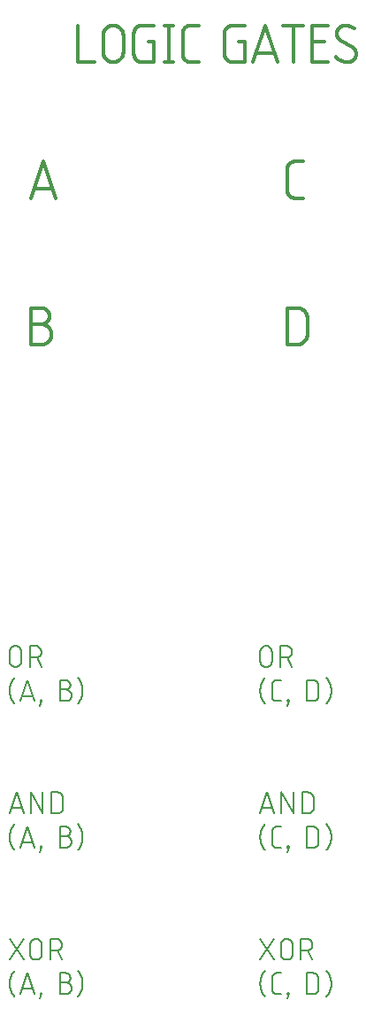
<source format=gbr>
G04 EAGLE Gerber RS-274X export*
G75*
%MOMM*%
%FSLAX34Y34*%
%LPD*%
%INSilkscreen Top*%
%IPPOS*%
%AMOC8*
5,1,8,0,0,1.08239X$1,22.5*%
G01*
%ADD10C,0.304800*%
%ADD11C,0.177800*%


D10*
X71524Y1101524D02*
X83208Y1136576D01*
X94892Y1101524D01*
X91971Y1110287D02*
X74445Y1110287D01*
D11*
X50889Y668147D02*
X50889Y659229D01*
X50889Y668147D02*
X50891Y668295D01*
X50897Y668444D01*
X50907Y668592D01*
X50921Y668739D01*
X50938Y668887D01*
X50960Y669034D01*
X50986Y669180D01*
X51015Y669325D01*
X51048Y669470D01*
X51085Y669614D01*
X51126Y669756D01*
X51171Y669898D01*
X51220Y670038D01*
X51272Y670177D01*
X51328Y670314D01*
X51387Y670450D01*
X51450Y670585D01*
X51517Y670717D01*
X51587Y670848D01*
X51661Y670977D01*
X51738Y671104D01*
X51818Y671228D01*
X51902Y671351D01*
X51989Y671471D01*
X52079Y671589D01*
X52172Y671705D01*
X52268Y671818D01*
X52367Y671928D01*
X52469Y672036D01*
X52574Y672141D01*
X52682Y672243D01*
X52792Y672342D01*
X52905Y672438D01*
X53021Y672531D01*
X53139Y672621D01*
X53259Y672708D01*
X53382Y672792D01*
X53506Y672872D01*
X53633Y672949D01*
X53762Y673023D01*
X53893Y673093D01*
X54025Y673160D01*
X54160Y673223D01*
X54296Y673282D01*
X54433Y673338D01*
X54572Y673390D01*
X54712Y673439D01*
X54854Y673484D01*
X54996Y673525D01*
X55140Y673562D01*
X55285Y673595D01*
X55430Y673624D01*
X55576Y673650D01*
X55723Y673672D01*
X55871Y673689D01*
X56018Y673703D01*
X56166Y673713D01*
X56315Y673719D01*
X56463Y673721D01*
X56611Y673719D01*
X56760Y673713D01*
X56908Y673703D01*
X57055Y673689D01*
X57203Y673672D01*
X57350Y673650D01*
X57496Y673624D01*
X57641Y673595D01*
X57786Y673562D01*
X57930Y673525D01*
X58072Y673484D01*
X58214Y673439D01*
X58354Y673390D01*
X58493Y673338D01*
X58630Y673282D01*
X58766Y673223D01*
X58901Y673160D01*
X59033Y673093D01*
X59164Y673023D01*
X59293Y672949D01*
X59420Y672872D01*
X59544Y672792D01*
X59667Y672708D01*
X59787Y672621D01*
X59905Y672531D01*
X60021Y672438D01*
X60134Y672342D01*
X60244Y672243D01*
X60352Y672141D01*
X60457Y672036D01*
X60559Y671928D01*
X60658Y671818D01*
X60754Y671705D01*
X60847Y671589D01*
X60937Y671471D01*
X61024Y671351D01*
X61108Y671228D01*
X61188Y671104D01*
X61265Y670977D01*
X61339Y670848D01*
X61409Y670717D01*
X61476Y670585D01*
X61539Y670450D01*
X61598Y670314D01*
X61654Y670177D01*
X61706Y670038D01*
X61755Y669898D01*
X61800Y669756D01*
X61841Y669614D01*
X61878Y669470D01*
X61911Y669325D01*
X61940Y669180D01*
X61966Y669034D01*
X61988Y668887D01*
X62005Y668739D01*
X62019Y668592D01*
X62029Y668444D01*
X62035Y668295D01*
X62037Y668147D01*
X62037Y659229D01*
X62035Y659081D01*
X62029Y658932D01*
X62019Y658784D01*
X62005Y658637D01*
X61988Y658489D01*
X61966Y658342D01*
X61940Y658196D01*
X61911Y658051D01*
X61878Y657906D01*
X61841Y657762D01*
X61800Y657620D01*
X61755Y657478D01*
X61706Y657338D01*
X61654Y657199D01*
X61598Y657062D01*
X61539Y656926D01*
X61476Y656791D01*
X61409Y656659D01*
X61339Y656528D01*
X61265Y656399D01*
X61188Y656272D01*
X61108Y656148D01*
X61024Y656025D01*
X60937Y655905D01*
X60847Y655787D01*
X60754Y655671D01*
X60658Y655558D01*
X60559Y655448D01*
X60457Y655340D01*
X60352Y655235D01*
X60244Y655133D01*
X60134Y655034D01*
X60021Y654938D01*
X59905Y654845D01*
X59787Y654755D01*
X59667Y654668D01*
X59544Y654584D01*
X59420Y654504D01*
X59293Y654427D01*
X59164Y654353D01*
X59033Y654283D01*
X58901Y654216D01*
X58766Y654153D01*
X58630Y654094D01*
X58493Y654038D01*
X58354Y653986D01*
X58214Y653937D01*
X58072Y653892D01*
X57930Y653851D01*
X57786Y653814D01*
X57641Y653781D01*
X57496Y653752D01*
X57350Y653726D01*
X57203Y653704D01*
X57055Y653687D01*
X56908Y653673D01*
X56760Y653663D01*
X56611Y653657D01*
X56463Y653655D01*
X56315Y653657D01*
X56166Y653663D01*
X56018Y653673D01*
X55871Y653687D01*
X55723Y653704D01*
X55576Y653726D01*
X55430Y653752D01*
X55285Y653781D01*
X55140Y653814D01*
X54996Y653851D01*
X54854Y653892D01*
X54712Y653937D01*
X54572Y653986D01*
X54433Y654038D01*
X54296Y654094D01*
X54160Y654153D01*
X54025Y654216D01*
X53893Y654283D01*
X53762Y654353D01*
X53633Y654427D01*
X53506Y654504D01*
X53382Y654584D01*
X53259Y654668D01*
X53139Y654755D01*
X53021Y654845D01*
X52905Y654938D01*
X52792Y655034D01*
X52682Y655133D01*
X52574Y655235D01*
X52469Y655340D01*
X52367Y655448D01*
X52268Y655558D01*
X52172Y655671D01*
X52079Y655787D01*
X51989Y655905D01*
X51902Y656025D01*
X51818Y656148D01*
X51738Y656272D01*
X51661Y656399D01*
X51587Y656528D01*
X51517Y656659D01*
X51450Y656791D01*
X51387Y656926D01*
X51328Y657062D01*
X51272Y657199D01*
X51220Y657338D01*
X51171Y657478D01*
X51126Y657620D01*
X51085Y657762D01*
X51048Y657906D01*
X51015Y658051D01*
X50986Y658196D01*
X50960Y658342D01*
X50938Y658489D01*
X50921Y658637D01*
X50907Y658784D01*
X50897Y658932D01*
X50891Y659081D01*
X50889Y659229D01*
X70126Y653655D02*
X70126Y673721D01*
X75700Y673721D01*
X75848Y673719D01*
X75997Y673713D01*
X76145Y673703D01*
X76292Y673689D01*
X76440Y673672D01*
X76587Y673650D01*
X76733Y673624D01*
X76878Y673595D01*
X77023Y673562D01*
X77167Y673525D01*
X77309Y673484D01*
X77451Y673439D01*
X77591Y673390D01*
X77730Y673338D01*
X77867Y673282D01*
X78003Y673223D01*
X78138Y673160D01*
X78270Y673093D01*
X78401Y673023D01*
X78530Y672949D01*
X78657Y672872D01*
X78781Y672792D01*
X78904Y672708D01*
X79024Y672621D01*
X79142Y672531D01*
X79258Y672438D01*
X79371Y672342D01*
X79481Y672243D01*
X79589Y672141D01*
X79694Y672036D01*
X79796Y671928D01*
X79895Y671818D01*
X79991Y671705D01*
X80084Y671589D01*
X80174Y671471D01*
X80261Y671351D01*
X80345Y671228D01*
X80425Y671104D01*
X80502Y670977D01*
X80576Y670848D01*
X80646Y670717D01*
X80713Y670585D01*
X80776Y670450D01*
X80835Y670314D01*
X80891Y670177D01*
X80943Y670038D01*
X80992Y669898D01*
X81037Y669756D01*
X81078Y669614D01*
X81115Y669470D01*
X81148Y669325D01*
X81177Y669180D01*
X81203Y669034D01*
X81225Y668887D01*
X81242Y668739D01*
X81256Y668592D01*
X81266Y668444D01*
X81272Y668295D01*
X81274Y668147D01*
X81272Y667999D01*
X81266Y667850D01*
X81256Y667702D01*
X81242Y667555D01*
X81225Y667407D01*
X81203Y667260D01*
X81177Y667114D01*
X81148Y666969D01*
X81115Y666824D01*
X81078Y666680D01*
X81037Y666538D01*
X80992Y666396D01*
X80943Y666256D01*
X80891Y666117D01*
X80835Y665980D01*
X80776Y665844D01*
X80713Y665709D01*
X80646Y665577D01*
X80576Y665446D01*
X80502Y665317D01*
X80425Y665190D01*
X80345Y665066D01*
X80261Y664943D01*
X80174Y664823D01*
X80084Y664705D01*
X79991Y664589D01*
X79895Y664476D01*
X79796Y664366D01*
X79694Y664258D01*
X79589Y664153D01*
X79481Y664051D01*
X79371Y663952D01*
X79258Y663856D01*
X79142Y663763D01*
X79024Y663673D01*
X78904Y663586D01*
X78781Y663502D01*
X78657Y663422D01*
X78530Y663345D01*
X78401Y663271D01*
X78270Y663201D01*
X78138Y663134D01*
X78003Y663071D01*
X77867Y663012D01*
X77730Y662956D01*
X77591Y662904D01*
X77451Y662855D01*
X77309Y662810D01*
X77167Y662769D01*
X77023Y662732D01*
X76878Y662699D01*
X76733Y662670D01*
X76587Y662644D01*
X76440Y662622D01*
X76292Y662605D01*
X76145Y662591D01*
X75997Y662581D01*
X75848Y662575D01*
X75700Y662573D01*
X70126Y662573D01*
X76815Y662573D02*
X81274Y653655D01*
X55348Y643185D02*
X55058Y642829D01*
X54775Y642467D01*
X54502Y642098D01*
X54238Y641723D01*
X53983Y641341D01*
X53737Y640953D01*
X53500Y640559D01*
X53273Y640160D01*
X53056Y639756D01*
X52848Y639346D01*
X52651Y638932D01*
X52463Y638513D01*
X52285Y638089D01*
X52118Y637662D01*
X51961Y637230D01*
X51815Y636795D01*
X51679Y636356D01*
X51553Y635914D01*
X51439Y635470D01*
X51335Y635023D01*
X51241Y634573D01*
X51159Y634121D01*
X51087Y633668D01*
X51027Y633212D01*
X50977Y632756D01*
X50939Y632298D01*
X50911Y631840D01*
X50895Y631381D01*
X50889Y630922D01*
X50895Y630463D01*
X50911Y630004D01*
X50939Y629546D01*
X50977Y629088D01*
X51027Y628632D01*
X51087Y628176D01*
X51159Y627723D01*
X51241Y627271D01*
X51335Y626821D01*
X51439Y626374D01*
X51553Y625930D01*
X51679Y625488D01*
X51815Y625049D01*
X51961Y624614D01*
X52118Y624183D01*
X52285Y623755D01*
X52463Y623331D01*
X52651Y622912D01*
X52848Y622498D01*
X53056Y622088D01*
X53273Y621684D01*
X53500Y621285D01*
X53737Y620891D01*
X53983Y620503D01*
X54238Y620122D01*
X54502Y619746D01*
X54775Y619377D01*
X55057Y619015D01*
X55348Y618659D01*
X61228Y620889D02*
X67917Y640955D01*
X74605Y620889D01*
X72933Y625906D02*
X62900Y625906D01*
X80289Y620889D02*
X81404Y620889D01*
X80289Y620889D02*
X80289Y622004D01*
X81404Y622004D01*
X81404Y620889D01*
X79732Y616430D01*
X98989Y632037D02*
X104563Y632037D01*
X104711Y632035D01*
X104860Y632029D01*
X105008Y632019D01*
X105155Y632005D01*
X105303Y631988D01*
X105450Y631966D01*
X105596Y631940D01*
X105741Y631911D01*
X105886Y631878D01*
X106030Y631841D01*
X106172Y631800D01*
X106314Y631755D01*
X106454Y631706D01*
X106593Y631654D01*
X106730Y631598D01*
X106866Y631539D01*
X107001Y631476D01*
X107133Y631409D01*
X107264Y631339D01*
X107393Y631265D01*
X107520Y631188D01*
X107644Y631108D01*
X107767Y631024D01*
X107887Y630937D01*
X108005Y630847D01*
X108121Y630754D01*
X108234Y630658D01*
X108344Y630559D01*
X108452Y630457D01*
X108557Y630352D01*
X108659Y630244D01*
X108758Y630134D01*
X108854Y630021D01*
X108947Y629905D01*
X109037Y629787D01*
X109124Y629667D01*
X109208Y629544D01*
X109288Y629420D01*
X109365Y629293D01*
X109439Y629164D01*
X109509Y629033D01*
X109576Y628901D01*
X109639Y628766D01*
X109698Y628630D01*
X109754Y628493D01*
X109806Y628354D01*
X109855Y628214D01*
X109900Y628072D01*
X109941Y627930D01*
X109978Y627786D01*
X110011Y627641D01*
X110040Y627496D01*
X110066Y627350D01*
X110088Y627203D01*
X110105Y627055D01*
X110119Y626908D01*
X110129Y626760D01*
X110135Y626611D01*
X110137Y626463D01*
X110135Y626315D01*
X110129Y626166D01*
X110119Y626018D01*
X110105Y625871D01*
X110088Y625723D01*
X110066Y625576D01*
X110040Y625430D01*
X110011Y625285D01*
X109978Y625140D01*
X109941Y624996D01*
X109900Y624854D01*
X109855Y624712D01*
X109806Y624572D01*
X109754Y624433D01*
X109698Y624296D01*
X109639Y624160D01*
X109576Y624025D01*
X109509Y623893D01*
X109439Y623762D01*
X109365Y623633D01*
X109288Y623506D01*
X109208Y623382D01*
X109124Y623259D01*
X109037Y623139D01*
X108947Y623021D01*
X108854Y622905D01*
X108758Y622792D01*
X108659Y622682D01*
X108557Y622574D01*
X108452Y622469D01*
X108344Y622367D01*
X108234Y622268D01*
X108121Y622172D01*
X108005Y622079D01*
X107887Y621989D01*
X107767Y621902D01*
X107644Y621818D01*
X107520Y621738D01*
X107393Y621661D01*
X107264Y621587D01*
X107133Y621517D01*
X107001Y621450D01*
X106866Y621387D01*
X106730Y621328D01*
X106593Y621272D01*
X106454Y621220D01*
X106314Y621171D01*
X106172Y621126D01*
X106030Y621085D01*
X105886Y621048D01*
X105741Y621015D01*
X105596Y620986D01*
X105450Y620960D01*
X105303Y620938D01*
X105155Y620921D01*
X105008Y620907D01*
X104860Y620897D01*
X104711Y620891D01*
X104563Y620889D01*
X98989Y620889D01*
X98989Y640955D01*
X104563Y640955D01*
X104695Y640953D01*
X104827Y640947D01*
X104959Y640937D01*
X105090Y640924D01*
X105221Y640906D01*
X105352Y640885D01*
X105481Y640859D01*
X105610Y640830D01*
X105738Y640797D01*
X105865Y640761D01*
X105991Y640720D01*
X106116Y640676D01*
X106239Y640628D01*
X106361Y640577D01*
X106481Y640522D01*
X106599Y640463D01*
X106716Y640401D01*
X106831Y640335D01*
X106943Y640267D01*
X107054Y640194D01*
X107163Y640119D01*
X107269Y640040D01*
X107373Y639959D01*
X107474Y639874D01*
X107573Y639786D01*
X107669Y639695D01*
X107762Y639602D01*
X107853Y639506D01*
X107941Y639407D01*
X108026Y639306D01*
X108107Y639202D01*
X108186Y639096D01*
X108261Y638987D01*
X108334Y638876D01*
X108402Y638764D01*
X108468Y638649D01*
X108530Y638532D01*
X108589Y638414D01*
X108644Y638294D01*
X108695Y638172D01*
X108743Y638049D01*
X108787Y637924D01*
X108828Y637798D01*
X108864Y637671D01*
X108897Y637543D01*
X108926Y637414D01*
X108952Y637285D01*
X108973Y637154D01*
X108991Y637023D01*
X109004Y636892D01*
X109014Y636760D01*
X109020Y636628D01*
X109022Y636496D01*
X109020Y636364D01*
X109014Y636232D01*
X109004Y636100D01*
X108991Y635969D01*
X108973Y635838D01*
X108952Y635707D01*
X108926Y635578D01*
X108897Y635449D01*
X108864Y635321D01*
X108828Y635194D01*
X108787Y635068D01*
X108743Y634943D01*
X108695Y634820D01*
X108644Y634698D01*
X108589Y634578D01*
X108530Y634460D01*
X108468Y634343D01*
X108402Y634228D01*
X108334Y634116D01*
X108261Y634005D01*
X108186Y633896D01*
X108107Y633790D01*
X108026Y633686D01*
X107941Y633585D01*
X107853Y633486D01*
X107762Y633390D01*
X107669Y633297D01*
X107573Y633206D01*
X107474Y633118D01*
X107373Y633033D01*
X107269Y632952D01*
X107163Y632873D01*
X107054Y632798D01*
X106943Y632725D01*
X106831Y632657D01*
X106716Y632591D01*
X106599Y632529D01*
X106481Y632470D01*
X106361Y632415D01*
X106239Y632364D01*
X106116Y632316D01*
X105991Y632272D01*
X105865Y632231D01*
X105738Y632195D01*
X105610Y632162D01*
X105481Y632133D01*
X105352Y632107D01*
X105221Y632086D01*
X105090Y632068D01*
X104959Y632055D01*
X104827Y632045D01*
X104695Y632039D01*
X104563Y632037D01*
X120786Y630922D02*
X120780Y630463D01*
X120764Y630004D01*
X120736Y629546D01*
X120698Y629088D01*
X120648Y628632D01*
X120588Y628176D01*
X120516Y627723D01*
X120434Y627271D01*
X120340Y626821D01*
X120236Y626374D01*
X120122Y625930D01*
X119996Y625488D01*
X119860Y625049D01*
X119714Y624614D01*
X119557Y624183D01*
X119390Y623755D01*
X119212Y623331D01*
X119024Y622912D01*
X118827Y622498D01*
X118619Y622088D01*
X118402Y621684D01*
X118175Y621285D01*
X117938Y620891D01*
X117692Y620503D01*
X117437Y620122D01*
X117173Y619746D01*
X116900Y619377D01*
X116618Y619015D01*
X116327Y618659D01*
X120786Y630922D02*
X120780Y631381D01*
X120764Y631840D01*
X120736Y632298D01*
X120698Y632756D01*
X120648Y633212D01*
X120588Y633668D01*
X120516Y634121D01*
X120434Y634573D01*
X120340Y635023D01*
X120236Y635470D01*
X120122Y635914D01*
X119996Y636356D01*
X119860Y636795D01*
X119714Y637230D01*
X119557Y637662D01*
X119390Y638089D01*
X119212Y638513D01*
X119024Y638932D01*
X118827Y639346D01*
X118619Y639756D01*
X118402Y640160D01*
X118175Y640559D01*
X117938Y640953D01*
X117692Y641341D01*
X117437Y641723D01*
X117173Y642098D01*
X116900Y642467D01*
X116617Y642829D01*
X116327Y643185D01*
X57578Y533721D02*
X50889Y513655D01*
X64266Y513655D02*
X57578Y533721D01*
X62594Y518672D02*
X52561Y518672D01*
X71160Y513655D02*
X71160Y533721D01*
X82308Y513655D01*
X82308Y533721D01*
X90934Y533721D02*
X90934Y513655D01*
X90934Y533721D02*
X96508Y533721D01*
X96656Y533719D01*
X96805Y533713D01*
X96953Y533703D01*
X97100Y533689D01*
X97248Y533672D01*
X97395Y533650D01*
X97541Y533624D01*
X97686Y533595D01*
X97831Y533562D01*
X97975Y533525D01*
X98117Y533484D01*
X98259Y533439D01*
X98399Y533390D01*
X98538Y533338D01*
X98675Y533282D01*
X98811Y533223D01*
X98946Y533160D01*
X99078Y533093D01*
X99209Y533023D01*
X99338Y532949D01*
X99465Y532872D01*
X99589Y532792D01*
X99712Y532708D01*
X99832Y532621D01*
X99950Y532531D01*
X100066Y532438D01*
X100179Y532342D01*
X100289Y532243D01*
X100397Y532141D01*
X100502Y532036D01*
X100604Y531928D01*
X100703Y531818D01*
X100799Y531705D01*
X100892Y531589D01*
X100982Y531471D01*
X101069Y531351D01*
X101153Y531228D01*
X101233Y531104D01*
X101310Y530977D01*
X101384Y530848D01*
X101454Y530717D01*
X101521Y530585D01*
X101584Y530450D01*
X101643Y530314D01*
X101699Y530177D01*
X101751Y530038D01*
X101800Y529898D01*
X101845Y529756D01*
X101886Y529614D01*
X101923Y529470D01*
X101956Y529325D01*
X101985Y529180D01*
X102011Y529034D01*
X102033Y528887D01*
X102050Y528739D01*
X102064Y528592D01*
X102074Y528444D01*
X102080Y528295D01*
X102082Y528147D01*
X102082Y519229D01*
X102080Y519081D01*
X102074Y518932D01*
X102064Y518784D01*
X102050Y518637D01*
X102033Y518489D01*
X102011Y518342D01*
X101985Y518196D01*
X101956Y518051D01*
X101923Y517906D01*
X101886Y517762D01*
X101845Y517620D01*
X101800Y517478D01*
X101751Y517338D01*
X101699Y517199D01*
X101643Y517062D01*
X101584Y516926D01*
X101521Y516791D01*
X101454Y516659D01*
X101384Y516528D01*
X101310Y516399D01*
X101233Y516272D01*
X101153Y516148D01*
X101069Y516025D01*
X100982Y515905D01*
X100892Y515787D01*
X100799Y515671D01*
X100703Y515558D01*
X100604Y515448D01*
X100502Y515340D01*
X100397Y515235D01*
X100289Y515133D01*
X100179Y515034D01*
X100066Y514938D01*
X99950Y514845D01*
X99832Y514755D01*
X99712Y514668D01*
X99589Y514584D01*
X99465Y514504D01*
X99338Y514427D01*
X99209Y514353D01*
X99078Y514283D01*
X98946Y514216D01*
X98811Y514153D01*
X98675Y514094D01*
X98538Y514038D01*
X98399Y513986D01*
X98259Y513937D01*
X98117Y513892D01*
X97975Y513851D01*
X97831Y513814D01*
X97686Y513781D01*
X97541Y513752D01*
X97395Y513726D01*
X97248Y513704D01*
X97100Y513687D01*
X96953Y513673D01*
X96805Y513663D01*
X96656Y513657D01*
X96508Y513655D01*
X90934Y513655D01*
X55348Y503185D02*
X55058Y502829D01*
X54775Y502467D01*
X54502Y502098D01*
X54238Y501723D01*
X53983Y501341D01*
X53737Y500953D01*
X53500Y500559D01*
X53273Y500160D01*
X53056Y499756D01*
X52848Y499346D01*
X52651Y498932D01*
X52463Y498513D01*
X52285Y498089D01*
X52118Y497662D01*
X51961Y497230D01*
X51815Y496795D01*
X51679Y496356D01*
X51553Y495914D01*
X51439Y495470D01*
X51335Y495023D01*
X51241Y494573D01*
X51159Y494121D01*
X51087Y493668D01*
X51027Y493212D01*
X50977Y492756D01*
X50939Y492298D01*
X50911Y491840D01*
X50895Y491381D01*
X50889Y490922D01*
X50895Y490463D01*
X50911Y490004D01*
X50939Y489546D01*
X50977Y489088D01*
X51027Y488632D01*
X51087Y488176D01*
X51159Y487723D01*
X51241Y487271D01*
X51335Y486821D01*
X51439Y486374D01*
X51553Y485930D01*
X51679Y485488D01*
X51815Y485049D01*
X51961Y484614D01*
X52118Y484183D01*
X52285Y483755D01*
X52463Y483331D01*
X52651Y482912D01*
X52848Y482498D01*
X53056Y482088D01*
X53273Y481684D01*
X53500Y481285D01*
X53737Y480891D01*
X53983Y480503D01*
X54238Y480122D01*
X54502Y479746D01*
X54775Y479377D01*
X55057Y479015D01*
X55348Y478659D01*
X61228Y480889D02*
X67917Y500955D01*
X74605Y480889D01*
X72933Y485906D02*
X62900Y485906D01*
X80289Y480889D02*
X81404Y480889D01*
X80289Y480889D02*
X80289Y482004D01*
X81404Y482004D01*
X81404Y480889D01*
X79732Y476430D01*
X98989Y492037D02*
X104563Y492037D01*
X104711Y492035D01*
X104860Y492029D01*
X105008Y492019D01*
X105155Y492005D01*
X105303Y491988D01*
X105450Y491966D01*
X105596Y491940D01*
X105741Y491911D01*
X105886Y491878D01*
X106030Y491841D01*
X106172Y491800D01*
X106314Y491755D01*
X106454Y491706D01*
X106593Y491654D01*
X106730Y491598D01*
X106866Y491539D01*
X107001Y491476D01*
X107133Y491409D01*
X107264Y491339D01*
X107393Y491265D01*
X107520Y491188D01*
X107644Y491108D01*
X107767Y491024D01*
X107887Y490937D01*
X108005Y490847D01*
X108121Y490754D01*
X108234Y490658D01*
X108344Y490559D01*
X108452Y490457D01*
X108557Y490352D01*
X108659Y490244D01*
X108758Y490134D01*
X108854Y490021D01*
X108947Y489905D01*
X109037Y489787D01*
X109124Y489667D01*
X109208Y489544D01*
X109288Y489420D01*
X109365Y489293D01*
X109439Y489164D01*
X109509Y489033D01*
X109576Y488901D01*
X109639Y488766D01*
X109698Y488630D01*
X109754Y488493D01*
X109806Y488354D01*
X109855Y488214D01*
X109900Y488072D01*
X109941Y487930D01*
X109978Y487786D01*
X110011Y487641D01*
X110040Y487496D01*
X110066Y487350D01*
X110088Y487203D01*
X110105Y487055D01*
X110119Y486908D01*
X110129Y486760D01*
X110135Y486611D01*
X110137Y486463D01*
X110135Y486315D01*
X110129Y486166D01*
X110119Y486018D01*
X110105Y485871D01*
X110088Y485723D01*
X110066Y485576D01*
X110040Y485430D01*
X110011Y485285D01*
X109978Y485140D01*
X109941Y484996D01*
X109900Y484854D01*
X109855Y484712D01*
X109806Y484572D01*
X109754Y484433D01*
X109698Y484296D01*
X109639Y484160D01*
X109576Y484025D01*
X109509Y483893D01*
X109439Y483762D01*
X109365Y483633D01*
X109288Y483506D01*
X109208Y483382D01*
X109124Y483259D01*
X109037Y483139D01*
X108947Y483021D01*
X108854Y482905D01*
X108758Y482792D01*
X108659Y482682D01*
X108557Y482574D01*
X108452Y482469D01*
X108344Y482367D01*
X108234Y482268D01*
X108121Y482172D01*
X108005Y482079D01*
X107887Y481989D01*
X107767Y481902D01*
X107644Y481818D01*
X107520Y481738D01*
X107393Y481661D01*
X107264Y481587D01*
X107133Y481517D01*
X107001Y481450D01*
X106866Y481387D01*
X106730Y481328D01*
X106593Y481272D01*
X106454Y481220D01*
X106314Y481171D01*
X106172Y481126D01*
X106030Y481085D01*
X105886Y481048D01*
X105741Y481015D01*
X105596Y480986D01*
X105450Y480960D01*
X105303Y480938D01*
X105155Y480921D01*
X105008Y480907D01*
X104860Y480897D01*
X104711Y480891D01*
X104563Y480889D01*
X98989Y480889D01*
X98989Y500955D01*
X104563Y500955D01*
X104695Y500953D01*
X104827Y500947D01*
X104959Y500937D01*
X105090Y500924D01*
X105221Y500906D01*
X105352Y500885D01*
X105481Y500859D01*
X105610Y500830D01*
X105738Y500797D01*
X105865Y500761D01*
X105991Y500720D01*
X106116Y500676D01*
X106239Y500628D01*
X106361Y500577D01*
X106481Y500522D01*
X106599Y500463D01*
X106716Y500401D01*
X106831Y500335D01*
X106943Y500267D01*
X107054Y500194D01*
X107163Y500119D01*
X107269Y500040D01*
X107373Y499959D01*
X107474Y499874D01*
X107573Y499786D01*
X107669Y499695D01*
X107762Y499602D01*
X107853Y499506D01*
X107941Y499407D01*
X108026Y499306D01*
X108107Y499202D01*
X108186Y499096D01*
X108261Y498987D01*
X108334Y498876D01*
X108402Y498764D01*
X108468Y498649D01*
X108530Y498532D01*
X108589Y498414D01*
X108644Y498294D01*
X108695Y498172D01*
X108743Y498049D01*
X108787Y497924D01*
X108828Y497798D01*
X108864Y497671D01*
X108897Y497543D01*
X108926Y497414D01*
X108952Y497285D01*
X108973Y497154D01*
X108991Y497023D01*
X109004Y496892D01*
X109014Y496760D01*
X109020Y496628D01*
X109022Y496496D01*
X109020Y496364D01*
X109014Y496232D01*
X109004Y496100D01*
X108991Y495969D01*
X108973Y495838D01*
X108952Y495707D01*
X108926Y495578D01*
X108897Y495449D01*
X108864Y495321D01*
X108828Y495194D01*
X108787Y495068D01*
X108743Y494943D01*
X108695Y494820D01*
X108644Y494698D01*
X108589Y494578D01*
X108530Y494460D01*
X108468Y494343D01*
X108402Y494228D01*
X108334Y494116D01*
X108261Y494005D01*
X108186Y493896D01*
X108107Y493790D01*
X108026Y493686D01*
X107941Y493585D01*
X107853Y493486D01*
X107762Y493390D01*
X107669Y493297D01*
X107573Y493206D01*
X107474Y493118D01*
X107373Y493033D01*
X107269Y492952D01*
X107163Y492873D01*
X107054Y492798D01*
X106943Y492725D01*
X106831Y492657D01*
X106716Y492591D01*
X106599Y492529D01*
X106481Y492470D01*
X106361Y492415D01*
X106239Y492364D01*
X106116Y492316D01*
X105991Y492272D01*
X105865Y492231D01*
X105738Y492195D01*
X105610Y492162D01*
X105481Y492133D01*
X105352Y492107D01*
X105221Y492086D01*
X105090Y492068D01*
X104959Y492055D01*
X104827Y492045D01*
X104695Y492039D01*
X104563Y492037D01*
X120786Y490922D02*
X120780Y490463D01*
X120764Y490004D01*
X120736Y489546D01*
X120698Y489088D01*
X120648Y488632D01*
X120588Y488176D01*
X120516Y487723D01*
X120434Y487271D01*
X120340Y486821D01*
X120236Y486374D01*
X120122Y485930D01*
X119996Y485488D01*
X119860Y485049D01*
X119714Y484614D01*
X119557Y484183D01*
X119390Y483755D01*
X119212Y483331D01*
X119024Y482912D01*
X118827Y482498D01*
X118619Y482088D01*
X118402Y481684D01*
X118175Y481285D01*
X117938Y480891D01*
X117692Y480503D01*
X117437Y480122D01*
X117173Y479746D01*
X116900Y479377D01*
X116618Y479015D01*
X116327Y478659D01*
X120786Y490922D02*
X120780Y491381D01*
X120764Y491840D01*
X120736Y492298D01*
X120698Y492756D01*
X120648Y493212D01*
X120588Y493668D01*
X120516Y494121D01*
X120434Y494573D01*
X120340Y495023D01*
X120236Y495470D01*
X120122Y495914D01*
X119996Y496356D01*
X119860Y496795D01*
X119714Y497230D01*
X119557Y497662D01*
X119390Y498089D01*
X119212Y498513D01*
X119024Y498932D01*
X118827Y499346D01*
X118619Y499756D01*
X118402Y500160D01*
X118175Y500559D01*
X117938Y500953D01*
X117692Y501341D01*
X117437Y501723D01*
X117173Y502098D01*
X116900Y502467D01*
X116617Y502829D01*
X116327Y503185D01*
D10*
X81261Y980997D02*
X71524Y980997D01*
X81261Y980998D02*
X81498Y980995D01*
X81735Y980986D01*
X81972Y980972D01*
X82208Y980952D01*
X82444Y980926D01*
X82679Y980894D01*
X82913Y980857D01*
X83146Y980814D01*
X83378Y980765D01*
X83609Y980711D01*
X83838Y980651D01*
X84066Y980585D01*
X84292Y980514D01*
X84517Y980438D01*
X84739Y980356D01*
X84960Y980268D01*
X85178Y980175D01*
X85394Y980077D01*
X85607Y979974D01*
X85818Y979866D01*
X86026Y979752D01*
X86232Y979634D01*
X86434Y979510D01*
X86634Y979382D01*
X86830Y979248D01*
X87023Y979110D01*
X87212Y978968D01*
X87398Y978821D01*
X87580Y978669D01*
X87759Y978513D01*
X87933Y978352D01*
X88104Y978188D01*
X88271Y978019D01*
X88433Y977847D01*
X88591Y977670D01*
X88745Y977489D01*
X88895Y977305D01*
X89040Y977118D01*
X89180Y976927D01*
X89316Y976732D01*
X89446Y976534D01*
X89572Y976333D01*
X89693Y976130D01*
X89810Y975923D01*
X89921Y975713D01*
X90026Y975501D01*
X90127Y975286D01*
X90222Y975069D01*
X90312Y974850D01*
X90397Y974628D01*
X90476Y974405D01*
X90550Y974180D01*
X90619Y973952D01*
X90681Y973724D01*
X90739Y973494D01*
X90790Y973262D01*
X90836Y973030D01*
X90876Y972796D01*
X90911Y972561D01*
X90940Y972326D01*
X90963Y972090D01*
X90980Y971853D01*
X90992Y971617D01*
X90997Y971380D01*
X90997Y971142D01*
X90992Y970905D01*
X90980Y970669D01*
X90963Y970432D01*
X90940Y970196D01*
X90911Y969961D01*
X90876Y969726D01*
X90836Y969492D01*
X90790Y969260D01*
X90739Y969028D01*
X90681Y968798D01*
X90619Y968570D01*
X90550Y968342D01*
X90476Y968117D01*
X90397Y967894D01*
X90312Y967672D01*
X90222Y967453D01*
X90127Y967236D01*
X90026Y967021D01*
X89921Y966809D01*
X89810Y966599D01*
X89693Y966393D01*
X89572Y966189D01*
X89446Y965988D01*
X89316Y965790D01*
X89180Y965595D01*
X89040Y965404D01*
X88895Y965217D01*
X88745Y965033D01*
X88591Y964852D01*
X88433Y964675D01*
X88271Y964503D01*
X88104Y964334D01*
X87933Y964170D01*
X87759Y964009D01*
X87580Y963853D01*
X87398Y963701D01*
X87212Y963554D01*
X87023Y963412D01*
X86830Y963274D01*
X86634Y963140D01*
X86434Y963012D01*
X86232Y962888D01*
X86026Y962770D01*
X85818Y962656D01*
X85607Y962548D01*
X85394Y962445D01*
X85178Y962347D01*
X84960Y962254D01*
X84739Y962166D01*
X84517Y962084D01*
X84292Y962008D01*
X84066Y961937D01*
X83838Y961871D01*
X83609Y961811D01*
X83378Y961757D01*
X83146Y961708D01*
X82913Y961665D01*
X82679Y961628D01*
X82444Y961596D01*
X82208Y961570D01*
X81972Y961550D01*
X81735Y961536D01*
X81498Y961527D01*
X81261Y961524D01*
X71524Y961524D01*
X71524Y996576D01*
X81261Y996576D01*
X81451Y996574D01*
X81640Y996567D01*
X81830Y996555D01*
X82019Y996539D01*
X82207Y996518D01*
X82395Y996493D01*
X82582Y996463D01*
X82769Y996429D01*
X82955Y996390D01*
X83139Y996346D01*
X83323Y996298D01*
X83505Y996246D01*
X83686Y996189D01*
X83865Y996128D01*
X84043Y996062D01*
X84220Y995992D01*
X84394Y995918D01*
X84567Y995840D01*
X84738Y995757D01*
X84907Y995670D01*
X85073Y995579D01*
X85237Y995485D01*
X85399Y995386D01*
X85559Y995283D01*
X85716Y995176D01*
X85870Y995066D01*
X86021Y994952D01*
X86170Y994834D01*
X86316Y994713D01*
X86459Y994588D01*
X86598Y994460D01*
X86735Y994328D01*
X86868Y994193D01*
X86998Y994055D01*
X87125Y993914D01*
X87248Y993769D01*
X87368Y993622D01*
X87483Y993472D01*
X87596Y993319D01*
X87704Y993163D01*
X87809Y993005D01*
X87910Y992845D01*
X88006Y992682D01*
X88099Y992516D01*
X88188Y992348D01*
X88273Y992179D01*
X88353Y992007D01*
X88430Y991833D01*
X88502Y991658D01*
X88569Y991481D01*
X88633Y991302D01*
X88692Y991122D01*
X88747Y990940D01*
X88797Y990757D01*
X88842Y990573D01*
X88884Y990388D01*
X88920Y990202D01*
X88953Y990015D01*
X88980Y989827D01*
X89003Y989639D01*
X89022Y989450D01*
X89036Y989261D01*
X89045Y989071D01*
X89049Y988882D01*
X89049Y988692D01*
X89045Y988503D01*
X89036Y988313D01*
X89022Y988124D01*
X89003Y987935D01*
X88980Y987747D01*
X88953Y987559D01*
X88920Y987372D01*
X88884Y987186D01*
X88842Y987001D01*
X88797Y986817D01*
X88747Y986634D01*
X88692Y986452D01*
X88633Y986272D01*
X88569Y986093D01*
X88502Y985916D01*
X88430Y985741D01*
X88353Y985567D01*
X88273Y985395D01*
X88188Y985226D01*
X88099Y985058D01*
X88006Y984893D01*
X87910Y984729D01*
X87809Y984569D01*
X87704Y984411D01*
X87596Y984255D01*
X87483Y984102D01*
X87368Y983952D01*
X87248Y983805D01*
X87125Y983660D01*
X86998Y983519D01*
X86868Y983381D01*
X86735Y983246D01*
X86598Y983114D01*
X86459Y982986D01*
X86316Y982861D01*
X86170Y982740D01*
X86021Y982622D01*
X85870Y982508D01*
X85716Y982398D01*
X85559Y982291D01*
X85399Y982188D01*
X85237Y982089D01*
X85073Y981995D01*
X84907Y981904D01*
X84738Y981817D01*
X84567Y981734D01*
X84394Y981656D01*
X84220Y981582D01*
X84043Y981512D01*
X83865Y981446D01*
X83686Y981385D01*
X83505Y981328D01*
X83323Y981276D01*
X83139Y981228D01*
X82955Y981184D01*
X82769Y981145D01*
X82582Y981111D01*
X82395Y981081D01*
X82207Y981056D01*
X82019Y981035D01*
X81830Y981019D01*
X81640Y981007D01*
X81451Y981000D01*
X81261Y980998D01*
X324313Y1101524D02*
X332103Y1101524D01*
X324313Y1101524D02*
X324125Y1101526D01*
X323937Y1101533D01*
X323749Y1101544D01*
X323561Y1101560D01*
X323374Y1101581D01*
X323188Y1101606D01*
X323002Y1101635D01*
X322817Y1101669D01*
X322632Y1101708D01*
X322449Y1101750D01*
X322267Y1101798D01*
X322086Y1101849D01*
X321906Y1101905D01*
X321728Y1101966D01*
X321551Y1102030D01*
X321376Y1102099D01*
X321202Y1102172D01*
X321031Y1102249D01*
X320861Y1102331D01*
X320693Y1102416D01*
X320528Y1102506D01*
X320364Y1102599D01*
X320203Y1102696D01*
X320045Y1102798D01*
X319888Y1102903D01*
X319735Y1103012D01*
X319584Y1103124D01*
X319436Y1103240D01*
X319290Y1103360D01*
X319148Y1103483D01*
X319009Y1103609D01*
X318872Y1103739D01*
X318739Y1103872D01*
X318609Y1104009D01*
X318483Y1104148D01*
X318360Y1104290D01*
X318240Y1104436D01*
X318124Y1104584D01*
X318012Y1104735D01*
X317903Y1104888D01*
X317798Y1105045D01*
X317696Y1105203D01*
X317599Y1105364D01*
X317506Y1105528D01*
X317416Y1105693D01*
X317331Y1105861D01*
X317249Y1106031D01*
X317172Y1106202D01*
X317099Y1106376D01*
X317030Y1106551D01*
X316966Y1106728D01*
X316905Y1106906D01*
X316849Y1107086D01*
X316798Y1107267D01*
X316750Y1107449D01*
X316708Y1107632D01*
X316669Y1107817D01*
X316635Y1108002D01*
X316606Y1108188D01*
X316581Y1108374D01*
X316560Y1108561D01*
X316544Y1108749D01*
X316533Y1108937D01*
X316526Y1109125D01*
X316524Y1109313D01*
X316524Y1128787D01*
X316526Y1128978D01*
X316533Y1129169D01*
X316545Y1129360D01*
X316562Y1129550D01*
X316583Y1129740D01*
X316608Y1129930D01*
X316639Y1130119D01*
X316674Y1130307D01*
X316713Y1130494D01*
X316757Y1130680D01*
X316806Y1130864D01*
X316859Y1131048D01*
X316917Y1131230D01*
X316979Y1131411D01*
X317046Y1131590D01*
X317117Y1131768D01*
X317192Y1131943D01*
X317272Y1132117D01*
X317356Y1132289D01*
X317444Y1132459D01*
X317536Y1132626D01*
X317632Y1132791D01*
X317732Y1132954D01*
X317837Y1133114D01*
X317945Y1133272D01*
X318057Y1133427D01*
X318173Y1133579D01*
X318292Y1133728D01*
X318415Y1133875D01*
X318542Y1134018D01*
X318672Y1134158D01*
X318805Y1134295D01*
X318942Y1134428D01*
X319082Y1134558D01*
X319225Y1134685D01*
X319372Y1134808D01*
X319521Y1134927D01*
X319673Y1135043D01*
X319828Y1135155D01*
X319986Y1135263D01*
X320146Y1135368D01*
X320309Y1135468D01*
X320474Y1135564D01*
X320641Y1135656D01*
X320811Y1135744D01*
X320983Y1135828D01*
X321157Y1135908D01*
X321332Y1135983D01*
X321510Y1136054D01*
X321689Y1136121D01*
X321870Y1136183D01*
X322052Y1136241D01*
X322236Y1136294D01*
X322420Y1136343D01*
X322606Y1136387D01*
X322793Y1136426D01*
X322981Y1136461D01*
X323170Y1136492D01*
X323360Y1136517D01*
X323550Y1136538D01*
X323740Y1136555D01*
X323931Y1136567D01*
X324122Y1136574D01*
X324313Y1136576D01*
X332103Y1136576D01*
X316524Y996576D02*
X316524Y961524D01*
X316524Y996576D02*
X326261Y996576D01*
X326496Y996573D01*
X326731Y996565D01*
X326966Y996550D01*
X327201Y996531D01*
X327435Y996505D01*
X327668Y996474D01*
X327900Y996437D01*
X328132Y996395D01*
X328362Y996347D01*
X328591Y996293D01*
X328819Y996234D01*
X329045Y996169D01*
X329270Y996099D01*
X329493Y996024D01*
X329714Y995943D01*
X329933Y995857D01*
X330150Y995766D01*
X330364Y995669D01*
X330576Y995568D01*
X330786Y995461D01*
X330993Y995349D01*
X331197Y995232D01*
X331399Y995110D01*
X331597Y994984D01*
X331792Y994852D01*
X331984Y994716D01*
X332173Y994576D01*
X332358Y994431D01*
X332540Y994281D01*
X332718Y994127D01*
X332892Y993969D01*
X333062Y993807D01*
X333229Y993640D01*
X333391Y993470D01*
X333549Y993296D01*
X333703Y993118D01*
X333853Y992936D01*
X333998Y992751D01*
X334138Y992562D01*
X334274Y992370D01*
X334406Y992175D01*
X334532Y991977D01*
X334654Y991775D01*
X334771Y991571D01*
X334883Y991364D01*
X334990Y991154D01*
X335091Y990942D01*
X335188Y990728D01*
X335279Y990511D01*
X335365Y990292D01*
X335446Y990071D01*
X335521Y989848D01*
X335591Y989623D01*
X335656Y989397D01*
X335715Y989169D01*
X335769Y988940D01*
X335817Y988710D01*
X335859Y988478D01*
X335896Y988246D01*
X335927Y988013D01*
X335953Y987779D01*
X335972Y987544D01*
X335987Y987309D01*
X335995Y987074D01*
X335998Y986839D01*
X335997Y986839D02*
X335997Y971261D01*
X335998Y971261D02*
X335995Y971022D01*
X335986Y970783D01*
X335972Y970545D01*
X335951Y970307D01*
X335925Y970069D01*
X335893Y969832D01*
X335855Y969596D01*
X335811Y969361D01*
X335761Y969128D01*
X335706Y968895D01*
X335645Y968664D01*
X335579Y968435D01*
X335507Y968207D01*
X335429Y967981D01*
X335346Y967757D01*
X335257Y967535D01*
X335163Y967315D01*
X335063Y967098D01*
X334958Y966883D01*
X334848Y966671D01*
X334733Y966462D01*
X334613Y966255D01*
X334487Y966052D01*
X334357Y965851D01*
X334222Y965654D01*
X334082Y965461D01*
X333937Y965271D01*
X333788Y965084D01*
X333634Y964901D01*
X333476Y964722D01*
X333313Y964547D01*
X333146Y964376D01*
X332975Y964209D01*
X332800Y964046D01*
X332621Y963888D01*
X332438Y963734D01*
X332252Y963585D01*
X332061Y963440D01*
X331868Y963300D01*
X331671Y963165D01*
X331470Y963035D01*
X331267Y962909D01*
X331060Y962789D01*
X330851Y962674D01*
X330639Y962564D01*
X330424Y962459D01*
X330207Y962359D01*
X329987Y962265D01*
X329765Y962176D01*
X329541Y962093D01*
X329315Y962015D01*
X329088Y961943D01*
X328858Y961877D01*
X328627Y961816D01*
X328394Y961761D01*
X328161Y961711D01*
X327926Y961667D01*
X327690Y961629D01*
X327453Y961597D01*
X327215Y961571D01*
X326977Y961550D01*
X326739Y961536D01*
X326500Y961527D01*
X326261Y961524D01*
X316524Y961524D01*
D11*
X64266Y393721D02*
X50889Y373655D01*
X64266Y373655D02*
X50889Y393721D01*
X70542Y388147D02*
X70542Y379229D01*
X70542Y388147D02*
X70544Y388295D01*
X70550Y388444D01*
X70560Y388592D01*
X70574Y388739D01*
X70591Y388887D01*
X70613Y389034D01*
X70639Y389180D01*
X70668Y389325D01*
X70701Y389470D01*
X70738Y389614D01*
X70779Y389756D01*
X70824Y389898D01*
X70873Y390038D01*
X70925Y390177D01*
X70981Y390314D01*
X71040Y390450D01*
X71103Y390585D01*
X71170Y390717D01*
X71240Y390848D01*
X71314Y390977D01*
X71391Y391104D01*
X71471Y391228D01*
X71555Y391351D01*
X71642Y391471D01*
X71732Y391589D01*
X71825Y391705D01*
X71921Y391818D01*
X72020Y391928D01*
X72122Y392036D01*
X72227Y392141D01*
X72335Y392243D01*
X72445Y392342D01*
X72558Y392438D01*
X72674Y392531D01*
X72792Y392621D01*
X72912Y392708D01*
X73035Y392792D01*
X73159Y392872D01*
X73286Y392949D01*
X73415Y393023D01*
X73546Y393093D01*
X73678Y393160D01*
X73813Y393223D01*
X73949Y393282D01*
X74086Y393338D01*
X74225Y393390D01*
X74365Y393439D01*
X74507Y393484D01*
X74649Y393525D01*
X74793Y393562D01*
X74938Y393595D01*
X75083Y393624D01*
X75229Y393650D01*
X75376Y393672D01*
X75524Y393689D01*
X75671Y393703D01*
X75819Y393713D01*
X75968Y393719D01*
X76116Y393721D01*
X76264Y393719D01*
X76413Y393713D01*
X76561Y393703D01*
X76708Y393689D01*
X76856Y393672D01*
X77003Y393650D01*
X77149Y393624D01*
X77294Y393595D01*
X77439Y393562D01*
X77583Y393525D01*
X77725Y393484D01*
X77867Y393439D01*
X78007Y393390D01*
X78146Y393338D01*
X78283Y393282D01*
X78419Y393223D01*
X78554Y393160D01*
X78686Y393093D01*
X78817Y393023D01*
X78946Y392949D01*
X79073Y392872D01*
X79197Y392792D01*
X79320Y392708D01*
X79440Y392621D01*
X79558Y392531D01*
X79674Y392438D01*
X79787Y392342D01*
X79897Y392243D01*
X80005Y392141D01*
X80110Y392036D01*
X80212Y391928D01*
X80311Y391818D01*
X80407Y391705D01*
X80500Y391589D01*
X80590Y391471D01*
X80677Y391351D01*
X80761Y391228D01*
X80841Y391104D01*
X80918Y390977D01*
X80992Y390848D01*
X81062Y390717D01*
X81129Y390585D01*
X81192Y390450D01*
X81251Y390314D01*
X81307Y390177D01*
X81359Y390038D01*
X81408Y389898D01*
X81453Y389756D01*
X81494Y389614D01*
X81531Y389470D01*
X81564Y389325D01*
X81593Y389180D01*
X81619Y389034D01*
X81641Y388887D01*
X81658Y388739D01*
X81672Y388592D01*
X81682Y388444D01*
X81688Y388295D01*
X81690Y388147D01*
X81690Y379229D01*
X81688Y379081D01*
X81682Y378932D01*
X81672Y378784D01*
X81658Y378637D01*
X81641Y378489D01*
X81619Y378342D01*
X81593Y378196D01*
X81564Y378051D01*
X81531Y377906D01*
X81494Y377762D01*
X81453Y377620D01*
X81408Y377478D01*
X81359Y377338D01*
X81307Y377199D01*
X81251Y377062D01*
X81192Y376926D01*
X81129Y376791D01*
X81062Y376659D01*
X80992Y376528D01*
X80918Y376399D01*
X80841Y376272D01*
X80761Y376148D01*
X80677Y376025D01*
X80590Y375905D01*
X80500Y375787D01*
X80407Y375671D01*
X80311Y375558D01*
X80212Y375448D01*
X80110Y375340D01*
X80005Y375235D01*
X79897Y375133D01*
X79787Y375034D01*
X79674Y374938D01*
X79558Y374845D01*
X79440Y374755D01*
X79320Y374668D01*
X79197Y374584D01*
X79073Y374504D01*
X78946Y374427D01*
X78817Y374353D01*
X78686Y374283D01*
X78554Y374216D01*
X78419Y374153D01*
X78283Y374094D01*
X78146Y374038D01*
X78007Y373986D01*
X77867Y373937D01*
X77725Y373892D01*
X77583Y373851D01*
X77439Y373814D01*
X77294Y373781D01*
X77149Y373752D01*
X77003Y373726D01*
X76856Y373704D01*
X76708Y373687D01*
X76561Y373673D01*
X76413Y373663D01*
X76264Y373657D01*
X76116Y373655D01*
X75968Y373657D01*
X75819Y373663D01*
X75671Y373673D01*
X75524Y373687D01*
X75376Y373704D01*
X75229Y373726D01*
X75083Y373752D01*
X74938Y373781D01*
X74793Y373814D01*
X74649Y373851D01*
X74507Y373892D01*
X74365Y373937D01*
X74225Y373986D01*
X74086Y374038D01*
X73949Y374094D01*
X73813Y374153D01*
X73678Y374216D01*
X73546Y374283D01*
X73415Y374353D01*
X73286Y374427D01*
X73159Y374504D01*
X73035Y374584D01*
X72912Y374668D01*
X72792Y374755D01*
X72674Y374845D01*
X72558Y374938D01*
X72445Y375034D01*
X72335Y375133D01*
X72227Y375235D01*
X72122Y375340D01*
X72020Y375448D01*
X71921Y375558D01*
X71825Y375671D01*
X71732Y375787D01*
X71642Y375905D01*
X71555Y376025D01*
X71471Y376148D01*
X71391Y376272D01*
X71314Y376399D01*
X71240Y376528D01*
X71170Y376659D01*
X71103Y376791D01*
X71040Y376926D01*
X70981Y377062D01*
X70925Y377199D01*
X70873Y377338D01*
X70824Y377478D01*
X70779Y377620D01*
X70738Y377762D01*
X70701Y377906D01*
X70668Y378051D01*
X70639Y378196D01*
X70613Y378342D01*
X70591Y378489D01*
X70574Y378637D01*
X70560Y378784D01*
X70550Y378932D01*
X70544Y379081D01*
X70542Y379229D01*
X89779Y373655D02*
X89779Y393721D01*
X95353Y393721D01*
X95501Y393719D01*
X95650Y393713D01*
X95798Y393703D01*
X95945Y393689D01*
X96093Y393672D01*
X96240Y393650D01*
X96386Y393624D01*
X96531Y393595D01*
X96676Y393562D01*
X96820Y393525D01*
X96962Y393484D01*
X97104Y393439D01*
X97244Y393390D01*
X97383Y393338D01*
X97520Y393282D01*
X97656Y393223D01*
X97791Y393160D01*
X97923Y393093D01*
X98054Y393023D01*
X98183Y392949D01*
X98310Y392872D01*
X98434Y392792D01*
X98557Y392708D01*
X98677Y392621D01*
X98795Y392531D01*
X98911Y392438D01*
X99024Y392342D01*
X99134Y392243D01*
X99242Y392141D01*
X99347Y392036D01*
X99449Y391928D01*
X99548Y391818D01*
X99644Y391705D01*
X99737Y391589D01*
X99827Y391471D01*
X99914Y391351D01*
X99998Y391228D01*
X100078Y391104D01*
X100155Y390977D01*
X100229Y390848D01*
X100299Y390717D01*
X100366Y390585D01*
X100429Y390450D01*
X100488Y390314D01*
X100544Y390177D01*
X100596Y390038D01*
X100645Y389898D01*
X100690Y389756D01*
X100731Y389614D01*
X100768Y389470D01*
X100801Y389325D01*
X100830Y389180D01*
X100856Y389034D01*
X100878Y388887D01*
X100895Y388739D01*
X100909Y388592D01*
X100919Y388444D01*
X100925Y388295D01*
X100927Y388147D01*
X100925Y387999D01*
X100919Y387850D01*
X100909Y387702D01*
X100895Y387555D01*
X100878Y387407D01*
X100856Y387260D01*
X100830Y387114D01*
X100801Y386969D01*
X100768Y386824D01*
X100731Y386680D01*
X100690Y386538D01*
X100645Y386396D01*
X100596Y386256D01*
X100544Y386117D01*
X100488Y385980D01*
X100429Y385844D01*
X100366Y385709D01*
X100299Y385577D01*
X100229Y385446D01*
X100155Y385317D01*
X100078Y385190D01*
X99998Y385066D01*
X99914Y384943D01*
X99827Y384823D01*
X99737Y384705D01*
X99644Y384589D01*
X99548Y384476D01*
X99449Y384366D01*
X99347Y384258D01*
X99242Y384153D01*
X99134Y384051D01*
X99024Y383952D01*
X98911Y383856D01*
X98795Y383763D01*
X98677Y383673D01*
X98557Y383586D01*
X98434Y383502D01*
X98310Y383422D01*
X98183Y383345D01*
X98054Y383271D01*
X97923Y383201D01*
X97791Y383134D01*
X97656Y383071D01*
X97520Y383012D01*
X97383Y382956D01*
X97244Y382904D01*
X97104Y382855D01*
X96962Y382810D01*
X96820Y382769D01*
X96676Y382732D01*
X96531Y382699D01*
X96386Y382670D01*
X96240Y382644D01*
X96093Y382622D01*
X95945Y382605D01*
X95798Y382591D01*
X95650Y382581D01*
X95501Y382575D01*
X95353Y382573D01*
X89779Y382573D01*
X96468Y382573D02*
X100927Y373655D01*
X55348Y363185D02*
X55058Y362829D01*
X54775Y362467D01*
X54502Y362098D01*
X54238Y361723D01*
X53983Y361341D01*
X53737Y360953D01*
X53500Y360559D01*
X53273Y360160D01*
X53056Y359756D01*
X52848Y359346D01*
X52651Y358932D01*
X52463Y358513D01*
X52285Y358089D01*
X52118Y357662D01*
X51961Y357230D01*
X51815Y356795D01*
X51679Y356356D01*
X51553Y355914D01*
X51439Y355470D01*
X51335Y355023D01*
X51241Y354573D01*
X51159Y354121D01*
X51087Y353668D01*
X51027Y353212D01*
X50977Y352756D01*
X50939Y352298D01*
X50911Y351840D01*
X50895Y351381D01*
X50889Y350922D01*
X50895Y350463D01*
X50911Y350004D01*
X50939Y349546D01*
X50977Y349088D01*
X51027Y348632D01*
X51087Y348176D01*
X51159Y347723D01*
X51241Y347271D01*
X51335Y346821D01*
X51439Y346374D01*
X51553Y345930D01*
X51679Y345488D01*
X51815Y345049D01*
X51961Y344614D01*
X52118Y344183D01*
X52285Y343755D01*
X52463Y343331D01*
X52651Y342912D01*
X52848Y342498D01*
X53056Y342088D01*
X53273Y341684D01*
X53500Y341285D01*
X53737Y340891D01*
X53983Y340503D01*
X54238Y340122D01*
X54502Y339746D01*
X54775Y339377D01*
X55057Y339015D01*
X55348Y338659D01*
X61228Y340889D02*
X67917Y360955D01*
X74605Y340889D01*
X72933Y345906D02*
X62900Y345906D01*
X80289Y340889D02*
X81404Y340889D01*
X80289Y340889D02*
X80289Y342004D01*
X81404Y342004D01*
X81404Y340889D01*
X79732Y336430D01*
X98989Y352037D02*
X104563Y352037D01*
X104711Y352035D01*
X104860Y352029D01*
X105008Y352019D01*
X105155Y352005D01*
X105303Y351988D01*
X105450Y351966D01*
X105596Y351940D01*
X105741Y351911D01*
X105886Y351878D01*
X106030Y351841D01*
X106172Y351800D01*
X106314Y351755D01*
X106454Y351706D01*
X106593Y351654D01*
X106730Y351598D01*
X106866Y351539D01*
X107001Y351476D01*
X107133Y351409D01*
X107264Y351339D01*
X107393Y351265D01*
X107520Y351188D01*
X107644Y351108D01*
X107767Y351024D01*
X107887Y350937D01*
X108005Y350847D01*
X108121Y350754D01*
X108234Y350658D01*
X108344Y350559D01*
X108452Y350457D01*
X108557Y350352D01*
X108659Y350244D01*
X108758Y350134D01*
X108854Y350021D01*
X108947Y349905D01*
X109037Y349787D01*
X109124Y349667D01*
X109208Y349544D01*
X109288Y349420D01*
X109365Y349293D01*
X109439Y349164D01*
X109509Y349033D01*
X109576Y348901D01*
X109639Y348766D01*
X109698Y348630D01*
X109754Y348493D01*
X109806Y348354D01*
X109855Y348214D01*
X109900Y348072D01*
X109941Y347930D01*
X109978Y347786D01*
X110011Y347641D01*
X110040Y347496D01*
X110066Y347350D01*
X110088Y347203D01*
X110105Y347055D01*
X110119Y346908D01*
X110129Y346760D01*
X110135Y346611D01*
X110137Y346463D01*
X110135Y346315D01*
X110129Y346166D01*
X110119Y346018D01*
X110105Y345871D01*
X110088Y345723D01*
X110066Y345576D01*
X110040Y345430D01*
X110011Y345285D01*
X109978Y345140D01*
X109941Y344996D01*
X109900Y344854D01*
X109855Y344712D01*
X109806Y344572D01*
X109754Y344433D01*
X109698Y344296D01*
X109639Y344160D01*
X109576Y344025D01*
X109509Y343893D01*
X109439Y343762D01*
X109365Y343633D01*
X109288Y343506D01*
X109208Y343382D01*
X109124Y343259D01*
X109037Y343139D01*
X108947Y343021D01*
X108854Y342905D01*
X108758Y342792D01*
X108659Y342682D01*
X108557Y342574D01*
X108452Y342469D01*
X108344Y342367D01*
X108234Y342268D01*
X108121Y342172D01*
X108005Y342079D01*
X107887Y341989D01*
X107767Y341902D01*
X107644Y341818D01*
X107520Y341738D01*
X107393Y341661D01*
X107264Y341587D01*
X107133Y341517D01*
X107001Y341450D01*
X106866Y341387D01*
X106730Y341328D01*
X106593Y341272D01*
X106454Y341220D01*
X106314Y341171D01*
X106172Y341126D01*
X106030Y341085D01*
X105886Y341048D01*
X105741Y341015D01*
X105596Y340986D01*
X105450Y340960D01*
X105303Y340938D01*
X105155Y340921D01*
X105008Y340907D01*
X104860Y340897D01*
X104711Y340891D01*
X104563Y340889D01*
X98989Y340889D01*
X98989Y360955D01*
X104563Y360955D01*
X104695Y360953D01*
X104827Y360947D01*
X104959Y360937D01*
X105090Y360924D01*
X105221Y360906D01*
X105352Y360885D01*
X105481Y360859D01*
X105610Y360830D01*
X105738Y360797D01*
X105865Y360761D01*
X105991Y360720D01*
X106116Y360676D01*
X106239Y360628D01*
X106361Y360577D01*
X106481Y360522D01*
X106599Y360463D01*
X106716Y360401D01*
X106831Y360335D01*
X106943Y360267D01*
X107054Y360194D01*
X107163Y360119D01*
X107269Y360040D01*
X107373Y359959D01*
X107474Y359874D01*
X107573Y359786D01*
X107669Y359695D01*
X107762Y359602D01*
X107853Y359506D01*
X107941Y359407D01*
X108026Y359306D01*
X108107Y359202D01*
X108186Y359096D01*
X108261Y358987D01*
X108334Y358876D01*
X108402Y358764D01*
X108468Y358649D01*
X108530Y358532D01*
X108589Y358414D01*
X108644Y358294D01*
X108695Y358172D01*
X108743Y358049D01*
X108787Y357924D01*
X108828Y357798D01*
X108864Y357671D01*
X108897Y357543D01*
X108926Y357414D01*
X108952Y357285D01*
X108973Y357154D01*
X108991Y357023D01*
X109004Y356892D01*
X109014Y356760D01*
X109020Y356628D01*
X109022Y356496D01*
X109020Y356364D01*
X109014Y356232D01*
X109004Y356100D01*
X108991Y355969D01*
X108973Y355838D01*
X108952Y355707D01*
X108926Y355578D01*
X108897Y355449D01*
X108864Y355321D01*
X108828Y355194D01*
X108787Y355068D01*
X108743Y354943D01*
X108695Y354820D01*
X108644Y354698D01*
X108589Y354578D01*
X108530Y354460D01*
X108468Y354343D01*
X108402Y354228D01*
X108334Y354116D01*
X108261Y354005D01*
X108186Y353896D01*
X108107Y353790D01*
X108026Y353686D01*
X107941Y353585D01*
X107853Y353486D01*
X107762Y353390D01*
X107669Y353297D01*
X107573Y353206D01*
X107474Y353118D01*
X107373Y353033D01*
X107269Y352952D01*
X107163Y352873D01*
X107054Y352798D01*
X106943Y352725D01*
X106831Y352657D01*
X106716Y352591D01*
X106599Y352529D01*
X106481Y352470D01*
X106361Y352415D01*
X106239Y352364D01*
X106116Y352316D01*
X105991Y352272D01*
X105865Y352231D01*
X105738Y352195D01*
X105610Y352162D01*
X105481Y352133D01*
X105352Y352107D01*
X105221Y352086D01*
X105090Y352068D01*
X104959Y352055D01*
X104827Y352045D01*
X104695Y352039D01*
X104563Y352037D01*
X120786Y350922D02*
X120780Y350463D01*
X120764Y350004D01*
X120736Y349546D01*
X120698Y349088D01*
X120648Y348632D01*
X120588Y348176D01*
X120516Y347723D01*
X120434Y347271D01*
X120340Y346821D01*
X120236Y346374D01*
X120122Y345930D01*
X119996Y345488D01*
X119860Y345049D01*
X119714Y344614D01*
X119557Y344183D01*
X119390Y343755D01*
X119212Y343331D01*
X119024Y342912D01*
X118827Y342498D01*
X118619Y342088D01*
X118402Y341684D01*
X118175Y341285D01*
X117938Y340891D01*
X117692Y340503D01*
X117437Y340122D01*
X117173Y339746D01*
X116900Y339377D01*
X116618Y339015D01*
X116327Y338659D01*
X120786Y350922D02*
X120780Y351381D01*
X120764Y351840D01*
X120736Y352298D01*
X120698Y352756D01*
X120648Y353212D01*
X120588Y353668D01*
X120516Y354121D01*
X120434Y354573D01*
X120340Y355023D01*
X120236Y355470D01*
X120122Y355914D01*
X119996Y356356D01*
X119860Y356795D01*
X119714Y357230D01*
X119557Y357662D01*
X119390Y358089D01*
X119212Y358513D01*
X119024Y358932D01*
X118827Y359346D01*
X118619Y359756D01*
X118402Y360160D01*
X118175Y360559D01*
X117938Y360953D01*
X117692Y361341D01*
X117437Y361723D01*
X117173Y362098D01*
X116900Y362467D01*
X116617Y362829D01*
X116327Y363185D01*
X290889Y659229D02*
X290889Y668147D01*
X290891Y668295D01*
X290897Y668444D01*
X290907Y668592D01*
X290921Y668739D01*
X290938Y668887D01*
X290960Y669034D01*
X290986Y669180D01*
X291015Y669325D01*
X291048Y669470D01*
X291085Y669614D01*
X291126Y669756D01*
X291171Y669898D01*
X291220Y670038D01*
X291272Y670177D01*
X291328Y670314D01*
X291387Y670450D01*
X291450Y670585D01*
X291517Y670717D01*
X291587Y670848D01*
X291661Y670977D01*
X291738Y671104D01*
X291818Y671228D01*
X291902Y671351D01*
X291989Y671471D01*
X292079Y671589D01*
X292172Y671705D01*
X292268Y671818D01*
X292367Y671928D01*
X292469Y672036D01*
X292574Y672141D01*
X292682Y672243D01*
X292792Y672342D01*
X292905Y672438D01*
X293021Y672531D01*
X293139Y672621D01*
X293259Y672708D01*
X293382Y672792D01*
X293506Y672872D01*
X293633Y672949D01*
X293762Y673023D01*
X293893Y673093D01*
X294025Y673160D01*
X294160Y673223D01*
X294296Y673282D01*
X294433Y673338D01*
X294572Y673390D01*
X294712Y673439D01*
X294854Y673484D01*
X294996Y673525D01*
X295140Y673562D01*
X295285Y673595D01*
X295430Y673624D01*
X295576Y673650D01*
X295723Y673672D01*
X295871Y673689D01*
X296018Y673703D01*
X296166Y673713D01*
X296315Y673719D01*
X296463Y673721D01*
X296611Y673719D01*
X296760Y673713D01*
X296908Y673703D01*
X297055Y673689D01*
X297203Y673672D01*
X297350Y673650D01*
X297496Y673624D01*
X297641Y673595D01*
X297786Y673562D01*
X297930Y673525D01*
X298072Y673484D01*
X298214Y673439D01*
X298354Y673390D01*
X298493Y673338D01*
X298630Y673282D01*
X298766Y673223D01*
X298901Y673160D01*
X299033Y673093D01*
X299164Y673023D01*
X299293Y672949D01*
X299420Y672872D01*
X299544Y672792D01*
X299667Y672708D01*
X299787Y672621D01*
X299905Y672531D01*
X300021Y672438D01*
X300134Y672342D01*
X300244Y672243D01*
X300352Y672141D01*
X300457Y672036D01*
X300559Y671928D01*
X300658Y671818D01*
X300754Y671705D01*
X300847Y671589D01*
X300937Y671471D01*
X301024Y671351D01*
X301108Y671228D01*
X301188Y671104D01*
X301265Y670977D01*
X301339Y670848D01*
X301409Y670717D01*
X301476Y670585D01*
X301539Y670450D01*
X301598Y670314D01*
X301654Y670177D01*
X301706Y670038D01*
X301755Y669898D01*
X301800Y669756D01*
X301841Y669614D01*
X301878Y669470D01*
X301911Y669325D01*
X301940Y669180D01*
X301966Y669034D01*
X301988Y668887D01*
X302005Y668739D01*
X302019Y668592D01*
X302029Y668444D01*
X302035Y668295D01*
X302037Y668147D01*
X302037Y659229D01*
X302035Y659081D01*
X302029Y658932D01*
X302019Y658784D01*
X302005Y658637D01*
X301988Y658489D01*
X301966Y658342D01*
X301940Y658196D01*
X301911Y658051D01*
X301878Y657906D01*
X301841Y657762D01*
X301800Y657620D01*
X301755Y657478D01*
X301706Y657338D01*
X301654Y657199D01*
X301598Y657062D01*
X301539Y656926D01*
X301476Y656791D01*
X301409Y656659D01*
X301339Y656528D01*
X301265Y656399D01*
X301188Y656272D01*
X301108Y656148D01*
X301024Y656025D01*
X300937Y655905D01*
X300847Y655787D01*
X300754Y655671D01*
X300658Y655558D01*
X300559Y655448D01*
X300457Y655340D01*
X300352Y655235D01*
X300244Y655133D01*
X300134Y655034D01*
X300021Y654938D01*
X299905Y654845D01*
X299787Y654755D01*
X299667Y654668D01*
X299544Y654584D01*
X299420Y654504D01*
X299293Y654427D01*
X299164Y654353D01*
X299033Y654283D01*
X298901Y654216D01*
X298766Y654153D01*
X298630Y654094D01*
X298493Y654038D01*
X298354Y653986D01*
X298214Y653937D01*
X298072Y653892D01*
X297930Y653851D01*
X297786Y653814D01*
X297641Y653781D01*
X297496Y653752D01*
X297350Y653726D01*
X297203Y653704D01*
X297055Y653687D01*
X296908Y653673D01*
X296760Y653663D01*
X296611Y653657D01*
X296463Y653655D01*
X296315Y653657D01*
X296166Y653663D01*
X296018Y653673D01*
X295871Y653687D01*
X295723Y653704D01*
X295576Y653726D01*
X295430Y653752D01*
X295285Y653781D01*
X295140Y653814D01*
X294996Y653851D01*
X294854Y653892D01*
X294712Y653937D01*
X294572Y653986D01*
X294433Y654038D01*
X294296Y654094D01*
X294160Y654153D01*
X294025Y654216D01*
X293893Y654283D01*
X293762Y654353D01*
X293633Y654427D01*
X293506Y654504D01*
X293382Y654584D01*
X293259Y654668D01*
X293139Y654755D01*
X293021Y654845D01*
X292905Y654938D01*
X292792Y655034D01*
X292682Y655133D01*
X292574Y655235D01*
X292469Y655340D01*
X292367Y655448D01*
X292268Y655558D01*
X292172Y655671D01*
X292079Y655787D01*
X291989Y655905D01*
X291902Y656025D01*
X291818Y656148D01*
X291738Y656272D01*
X291661Y656399D01*
X291587Y656528D01*
X291517Y656659D01*
X291450Y656791D01*
X291387Y656926D01*
X291328Y657062D01*
X291272Y657199D01*
X291220Y657338D01*
X291171Y657478D01*
X291126Y657620D01*
X291085Y657762D01*
X291048Y657906D01*
X291015Y658051D01*
X290986Y658196D01*
X290960Y658342D01*
X290938Y658489D01*
X290921Y658637D01*
X290907Y658784D01*
X290897Y658932D01*
X290891Y659081D01*
X290889Y659229D01*
X310126Y653655D02*
X310126Y673721D01*
X315700Y673721D01*
X315848Y673719D01*
X315997Y673713D01*
X316145Y673703D01*
X316292Y673689D01*
X316440Y673672D01*
X316587Y673650D01*
X316733Y673624D01*
X316878Y673595D01*
X317023Y673562D01*
X317167Y673525D01*
X317309Y673484D01*
X317451Y673439D01*
X317591Y673390D01*
X317730Y673338D01*
X317867Y673282D01*
X318003Y673223D01*
X318138Y673160D01*
X318270Y673093D01*
X318401Y673023D01*
X318530Y672949D01*
X318657Y672872D01*
X318781Y672792D01*
X318904Y672708D01*
X319024Y672621D01*
X319142Y672531D01*
X319258Y672438D01*
X319371Y672342D01*
X319481Y672243D01*
X319589Y672141D01*
X319694Y672036D01*
X319796Y671928D01*
X319895Y671818D01*
X319991Y671705D01*
X320084Y671589D01*
X320174Y671471D01*
X320261Y671351D01*
X320345Y671228D01*
X320425Y671104D01*
X320502Y670977D01*
X320576Y670848D01*
X320646Y670717D01*
X320713Y670585D01*
X320776Y670450D01*
X320835Y670314D01*
X320891Y670177D01*
X320943Y670038D01*
X320992Y669898D01*
X321037Y669756D01*
X321078Y669614D01*
X321115Y669470D01*
X321148Y669325D01*
X321177Y669180D01*
X321203Y669034D01*
X321225Y668887D01*
X321242Y668739D01*
X321256Y668592D01*
X321266Y668444D01*
X321272Y668295D01*
X321274Y668147D01*
X321272Y667999D01*
X321266Y667850D01*
X321256Y667702D01*
X321242Y667555D01*
X321225Y667407D01*
X321203Y667260D01*
X321177Y667114D01*
X321148Y666969D01*
X321115Y666824D01*
X321078Y666680D01*
X321037Y666538D01*
X320992Y666396D01*
X320943Y666256D01*
X320891Y666117D01*
X320835Y665980D01*
X320776Y665844D01*
X320713Y665709D01*
X320646Y665577D01*
X320576Y665446D01*
X320502Y665317D01*
X320425Y665190D01*
X320345Y665066D01*
X320261Y664943D01*
X320174Y664823D01*
X320084Y664705D01*
X319991Y664589D01*
X319895Y664476D01*
X319796Y664366D01*
X319694Y664258D01*
X319589Y664153D01*
X319481Y664051D01*
X319371Y663952D01*
X319258Y663856D01*
X319142Y663763D01*
X319024Y663673D01*
X318904Y663586D01*
X318781Y663502D01*
X318657Y663422D01*
X318530Y663345D01*
X318401Y663271D01*
X318270Y663201D01*
X318138Y663134D01*
X318003Y663071D01*
X317867Y663012D01*
X317730Y662956D01*
X317591Y662904D01*
X317451Y662855D01*
X317309Y662810D01*
X317167Y662769D01*
X317023Y662732D01*
X316878Y662699D01*
X316733Y662670D01*
X316587Y662644D01*
X316440Y662622D01*
X316292Y662605D01*
X316145Y662591D01*
X315997Y662581D01*
X315848Y662575D01*
X315700Y662573D01*
X310126Y662573D01*
X316815Y662573D02*
X321274Y653655D01*
X295348Y643185D02*
X295058Y642829D01*
X294775Y642467D01*
X294502Y642098D01*
X294238Y641723D01*
X293983Y641341D01*
X293737Y640953D01*
X293500Y640559D01*
X293273Y640160D01*
X293056Y639756D01*
X292848Y639346D01*
X292651Y638932D01*
X292463Y638513D01*
X292285Y638089D01*
X292118Y637662D01*
X291961Y637230D01*
X291815Y636795D01*
X291679Y636356D01*
X291553Y635914D01*
X291439Y635470D01*
X291335Y635023D01*
X291241Y634573D01*
X291159Y634121D01*
X291087Y633668D01*
X291027Y633212D01*
X290977Y632756D01*
X290939Y632298D01*
X290911Y631840D01*
X290895Y631381D01*
X290889Y630922D01*
X290895Y630463D01*
X290911Y630004D01*
X290939Y629546D01*
X290977Y629088D01*
X291027Y628632D01*
X291087Y628176D01*
X291159Y627723D01*
X291241Y627271D01*
X291335Y626821D01*
X291439Y626374D01*
X291553Y625930D01*
X291679Y625488D01*
X291815Y625049D01*
X291961Y624614D01*
X292118Y624183D01*
X292285Y623755D01*
X292463Y623331D01*
X292651Y622912D01*
X292848Y622498D01*
X293056Y622088D01*
X293273Y621684D01*
X293500Y621285D01*
X293737Y620891D01*
X293983Y620503D01*
X294238Y620122D01*
X294502Y619746D01*
X294775Y619377D01*
X295057Y619015D01*
X295348Y618659D01*
X306770Y620889D02*
X311229Y620889D01*
X306770Y620889D02*
X306638Y620891D01*
X306506Y620897D01*
X306374Y620907D01*
X306243Y620920D01*
X306112Y620938D01*
X305981Y620959D01*
X305852Y620985D01*
X305723Y621014D01*
X305595Y621047D01*
X305468Y621083D01*
X305342Y621124D01*
X305217Y621168D01*
X305094Y621216D01*
X304972Y621267D01*
X304852Y621322D01*
X304734Y621381D01*
X304617Y621443D01*
X304502Y621509D01*
X304390Y621577D01*
X304279Y621650D01*
X304170Y621725D01*
X304064Y621804D01*
X303960Y621885D01*
X303859Y621970D01*
X303760Y622058D01*
X303664Y622149D01*
X303571Y622242D01*
X303480Y622338D01*
X303392Y622437D01*
X303307Y622538D01*
X303226Y622642D01*
X303147Y622748D01*
X303072Y622857D01*
X302999Y622968D01*
X302931Y623080D01*
X302865Y623195D01*
X302803Y623312D01*
X302744Y623430D01*
X302689Y623550D01*
X302638Y623672D01*
X302590Y623795D01*
X302546Y623920D01*
X302505Y624046D01*
X302469Y624173D01*
X302436Y624301D01*
X302407Y624430D01*
X302381Y624559D01*
X302360Y624690D01*
X302342Y624821D01*
X302329Y624952D01*
X302319Y625084D01*
X302313Y625216D01*
X302311Y625348D01*
X302310Y625348D02*
X302310Y636496D01*
X302311Y636496D02*
X302313Y636628D01*
X302319Y636760D01*
X302329Y636892D01*
X302342Y637023D01*
X302360Y637154D01*
X302381Y637285D01*
X302407Y637414D01*
X302436Y637543D01*
X302469Y637671D01*
X302505Y637798D01*
X302546Y637924D01*
X302590Y638049D01*
X302638Y638172D01*
X302689Y638294D01*
X302744Y638414D01*
X302803Y638532D01*
X302865Y638649D01*
X302931Y638764D01*
X302999Y638876D01*
X303072Y638987D01*
X303147Y639095D01*
X303226Y639202D01*
X303307Y639306D01*
X303392Y639407D01*
X303480Y639506D01*
X303571Y639602D01*
X303664Y639695D01*
X303760Y639786D01*
X303859Y639874D01*
X303960Y639959D01*
X304064Y640040D01*
X304170Y640119D01*
X304279Y640194D01*
X304390Y640267D01*
X304502Y640335D01*
X304617Y640401D01*
X304734Y640463D01*
X304852Y640522D01*
X304972Y640577D01*
X305094Y640628D01*
X305217Y640676D01*
X305342Y640720D01*
X305468Y640761D01*
X305595Y640797D01*
X305723Y640830D01*
X305852Y640859D01*
X305981Y640885D01*
X306112Y640906D01*
X306243Y640924D01*
X306374Y640937D01*
X306506Y640947D01*
X306638Y640953D01*
X306770Y640955D01*
X311229Y640955D01*
X317200Y620889D02*
X318314Y620889D01*
X317200Y620889D02*
X317200Y622004D01*
X318314Y622004D01*
X318314Y620889D01*
X316642Y616430D01*
X335712Y620889D02*
X335712Y640955D01*
X341286Y640955D01*
X341434Y640953D01*
X341583Y640947D01*
X341731Y640937D01*
X341878Y640923D01*
X342026Y640906D01*
X342173Y640884D01*
X342319Y640858D01*
X342464Y640829D01*
X342609Y640796D01*
X342753Y640759D01*
X342895Y640718D01*
X343037Y640673D01*
X343177Y640624D01*
X343316Y640572D01*
X343453Y640516D01*
X343589Y640457D01*
X343724Y640394D01*
X343856Y640327D01*
X343987Y640257D01*
X344116Y640183D01*
X344243Y640106D01*
X344367Y640026D01*
X344490Y639942D01*
X344610Y639855D01*
X344728Y639765D01*
X344844Y639672D01*
X344957Y639576D01*
X345067Y639477D01*
X345175Y639375D01*
X345280Y639270D01*
X345382Y639162D01*
X345481Y639052D01*
X345577Y638939D01*
X345670Y638823D01*
X345760Y638705D01*
X345847Y638585D01*
X345931Y638462D01*
X346011Y638338D01*
X346088Y638211D01*
X346162Y638082D01*
X346232Y637951D01*
X346299Y637819D01*
X346362Y637684D01*
X346421Y637548D01*
X346477Y637411D01*
X346529Y637272D01*
X346578Y637132D01*
X346623Y636990D01*
X346664Y636848D01*
X346701Y636704D01*
X346734Y636559D01*
X346763Y636414D01*
X346789Y636268D01*
X346811Y636121D01*
X346828Y635973D01*
X346842Y635826D01*
X346852Y635678D01*
X346858Y635529D01*
X346860Y635381D01*
X346860Y626463D01*
X346858Y626315D01*
X346852Y626166D01*
X346842Y626018D01*
X346828Y625871D01*
X346811Y625723D01*
X346789Y625576D01*
X346763Y625430D01*
X346734Y625285D01*
X346701Y625140D01*
X346664Y624996D01*
X346623Y624854D01*
X346578Y624712D01*
X346529Y624572D01*
X346477Y624433D01*
X346421Y624296D01*
X346362Y624160D01*
X346299Y624025D01*
X346232Y623893D01*
X346162Y623762D01*
X346088Y623633D01*
X346011Y623506D01*
X345931Y623382D01*
X345847Y623259D01*
X345760Y623139D01*
X345670Y623021D01*
X345577Y622905D01*
X345481Y622792D01*
X345382Y622682D01*
X345280Y622574D01*
X345175Y622469D01*
X345067Y622367D01*
X344957Y622268D01*
X344844Y622172D01*
X344728Y622079D01*
X344610Y621989D01*
X344490Y621902D01*
X344367Y621818D01*
X344243Y621738D01*
X344116Y621661D01*
X343987Y621587D01*
X343856Y621517D01*
X343724Y621450D01*
X343589Y621387D01*
X343453Y621328D01*
X343316Y621272D01*
X343177Y621220D01*
X343037Y621171D01*
X342895Y621126D01*
X342753Y621085D01*
X342609Y621048D01*
X342464Y621015D01*
X342319Y620986D01*
X342173Y620960D01*
X342026Y620938D01*
X341878Y620921D01*
X341731Y620907D01*
X341583Y620897D01*
X341434Y620891D01*
X341286Y620889D01*
X335712Y620889D01*
X354473Y618659D02*
X354764Y619015D01*
X355046Y619377D01*
X355319Y619746D01*
X355583Y620122D01*
X355838Y620503D01*
X356084Y620891D01*
X356321Y621285D01*
X356548Y621684D01*
X356765Y622088D01*
X356973Y622498D01*
X357170Y622912D01*
X357358Y623331D01*
X357536Y623755D01*
X357703Y624183D01*
X357860Y624614D01*
X358006Y625049D01*
X358142Y625488D01*
X358268Y625930D01*
X358382Y626374D01*
X358486Y626821D01*
X358580Y627271D01*
X358662Y627723D01*
X358734Y628176D01*
X358794Y628632D01*
X358844Y629088D01*
X358882Y629546D01*
X358910Y630004D01*
X358926Y630463D01*
X358932Y630922D01*
X358926Y631381D01*
X358910Y631840D01*
X358882Y632298D01*
X358844Y632756D01*
X358794Y633212D01*
X358734Y633668D01*
X358662Y634121D01*
X358580Y634573D01*
X358486Y635023D01*
X358382Y635470D01*
X358268Y635914D01*
X358142Y636356D01*
X358006Y636795D01*
X357860Y637230D01*
X357703Y637662D01*
X357536Y638089D01*
X357358Y638513D01*
X357170Y638932D01*
X356973Y639346D01*
X356765Y639756D01*
X356548Y640160D01*
X356321Y640559D01*
X356084Y640953D01*
X355838Y641341D01*
X355583Y641723D01*
X355319Y642098D01*
X355046Y642467D01*
X354763Y642829D01*
X354473Y643185D01*
X297578Y533721D02*
X290889Y513655D01*
X304266Y513655D02*
X297578Y533721D01*
X302594Y518672D02*
X292561Y518672D01*
X311160Y513655D02*
X311160Y533721D01*
X322308Y513655D01*
X322308Y533721D01*
X330934Y533721D02*
X330934Y513655D01*
X330934Y533721D02*
X336508Y533721D01*
X336656Y533719D01*
X336805Y533713D01*
X336953Y533703D01*
X337100Y533689D01*
X337248Y533672D01*
X337395Y533650D01*
X337541Y533624D01*
X337686Y533595D01*
X337831Y533562D01*
X337975Y533525D01*
X338117Y533484D01*
X338259Y533439D01*
X338399Y533390D01*
X338538Y533338D01*
X338675Y533282D01*
X338811Y533223D01*
X338946Y533160D01*
X339078Y533093D01*
X339209Y533023D01*
X339338Y532949D01*
X339465Y532872D01*
X339589Y532792D01*
X339712Y532708D01*
X339832Y532621D01*
X339950Y532531D01*
X340066Y532438D01*
X340179Y532342D01*
X340289Y532243D01*
X340397Y532141D01*
X340502Y532036D01*
X340604Y531928D01*
X340703Y531818D01*
X340799Y531705D01*
X340892Y531589D01*
X340982Y531471D01*
X341069Y531351D01*
X341153Y531228D01*
X341233Y531104D01*
X341310Y530977D01*
X341384Y530848D01*
X341454Y530717D01*
X341521Y530585D01*
X341584Y530450D01*
X341643Y530314D01*
X341699Y530177D01*
X341751Y530038D01*
X341800Y529898D01*
X341845Y529756D01*
X341886Y529614D01*
X341923Y529470D01*
X341956Y529325D01*
X341985Y529180D01*
X342011Y529034D01*
X342033Y528887D01*
X342050Y528739D01*
X342064Y528592D01*
X342074Y528444D01*
X342080Y528295D01*
X342082Y528147D01*
X342082Y519229D01*
X342080Y519081D01*
X342074Y518932D01*
X342064Y518784D01*
X342050Y518637D01*
X342033Y518489D01*
X342011Y518342D01*
X341985Y518196D01*
X341956Y518051D01*
X341923Y517906D01*
X341886Y517762D01*
X341845Y517620D01*
X341800Y517478D01*
X341751Y517338D01*
X341699Y517199D01*
X341643Y517062D01*
X341584Y516926D01*
X341521Y516791D01*
X341454Y516659D01*
X341384Y516528D01*
X341310Y516399D01*
X341233Y516272D01*
X341153Y516148D01*
X341069Y516025D01*
X340982Y515905D01*
X340892Y515787D01*
X340799Y515671D01*
X340703Y515558D01*
X340604Y515448D01*
X340502Y515340D01*
X340397Y515235D01*
X340289Y515133D01*
X340179Y515034D01*
X340066Y514938D01*
X339950Y514845D01*
X339832Y514755D01*
X339712Y514668D01*
X339589Y514584D01*
X339465Y514504D01*
X339338Y514427D01*
X339209Y514353D01*
X339078Y514283D01*
X338946Y514216D01*
X338811Y514153D01*
X338675Y514094D01*
X338538Y514038D01*
X338399Y513986D01*
X338259Y513937D01*
X338117Y513892D01*
X337975Y513851D01*
X337831Y513814D01*
X337686Y513781D01*
X337541Y513752D01*
X337395Y513726D01*
X337248Y513704D01*
X337100Y513687D01*
X336953Y513673D01*
X336805Y513663D01*
X336656Y513657D01*
X336508Y513655D01*
X330934Y513655D01*
X295348Y503185D02*
X295058Y502829D01*
X294775Y502467D01*
X294502Y502098D01*
X294238Y501723D01*
X293983Y501341D01*
X293737Y500953D01*
X293500Y500559D01*
X293273Y500160D01*
X293056Y499756D01*
X292848Y499346D01*
X292651Y498932D01*
X292463Y498513D01*
X292285Y498089D01*
X292118Y497662D01*
X291961Y497230D01*
X291815Y496795D01*
X291679Y496356D01*
X291553Y495914D01*
X291439Y495470D01*
X291335Y495023D01*
X291241Y494573D01*
X291159Y494121D01*
X291087Y493668D01*
X291027Y493212D01*
X290977Y492756D01*
X290939Y492298D01*
X290911Y491840D01*
X290895Y491381D01*
X290889Y490922D01*
X290895Y490463D01*
X290911Y490004D01*
X290939Y489546D01*
X290977Y489088D01*
X291027Y488632D01*
X291087Y488176D01*
X291159Y487723D01*
X291241Y487271D01*
X291335Y486821D01*
X291439Y486374D01*
X291553Y485930D01*
X291679Y485488D01*
X291815Y485049D01*
X291961Y484614D01*
X292118Y484183D01*
X292285Y483755D01*
X292463Y483331D01*
X292651Y482912D01*
X292848Y482498D01*
X293056Y482088D01*
X293273Y481684D01*
X293500Y481285D01*
X293737Y480891D01*
X293983Y480503D01*
X294238Y480122D01*
X294502Y479746D01*
X294775Y479377D01*
X295057Y479015D01*
X295348Y478659D01*
X306770Y480889D02*
X311229Y480889D01*
X306770Y480889D02*
X306638Y480891D01*
X306506Y480897D01*
X306374Y480907D01*
X306243Y480920D01*
X306112Y480938D01*
X305981Y480959D01*
X305852Y480985D01*
X305723Y481014D01*
X305595Y481047D01*
X305468Y481083D01*
X305342Y481124D01*
X305217Y481168D01*
X305094Y481216D01*
X304972Y481267D01*
X304852Y481322D01*
X304734Y481381D01*
X304617Y481443D01*
X304502Y481509D01*
X304390Y481577D01*
X304279Y481650D01*
X304170Y481725D01*
X304064Y481804D01*
X303960Y481885D01*
X303859Y481970D01*
X303760Y482058D01*
X303664Y482149D01*
X303571Y482242D01*
X303480Y482338D01*
X303392Y482437D01*
X303307Y482538D01*
X303226Y482642D01*
X303147Y482748D01*
X303072Y482857D01*
X302999Y482968D01*
X302931Y483080D01*
X302865Y483195D01*
X302803Y483312D01*
X302744Y483430D01*
X302689Y483550D01*
X302638Y483672D01*
X302590Y483795D01*
X302546Y483920D01*
X302505Y484046D01*
X302469Y484173D01*
X302436Y484301D01*
X302407Y484430D01*
X302381Y484559D01*
X302360Y484690D01*
X302342Y484821D01*
X302329Y484952D01*
X302319Y485084D01*
X302313Y485216D01*
X302311Y485348D01*
X302310Y485348D02*
X302310Y496496D01*
X302311Y496496D02*
X302313Y496628D01*
X302319Y496760D01*
X302329Y496892D01*
X302342Y497023D01*
X302360Y497154D01*
X302381Y497285D01*
X302407Y497414D01*
X302436Y497543D01*
X302469Y497671D01*
X302505Y497798D01*
X302546Y497924D01*
X302590Y498049D01*
X302638Y498172D01*
X302689Y498294D01*
X302744Y498414D01*
X302803Y498532D01*
X302865Y498649D01*
X302931Y498764D01*
X302999Y498876D01*
X303072Y498987D01*
X303147Y499095D01*
X303226Y499202D01*
X303307Y499306D01*
X303392Y499407D01*
X303480Y499506D01*
X303571Y499602D01*
X303664Y499695D01*
X303760Y499786D01*
X303859Y499874D01*
X303960Y499959D01*
X304064Y500040D01*
X304170Y500119D01*
X304279Y500194D01*
X304390Y500267D01*
X304502Y500335D01*
X304617Y500401D01*
X304734Y500463D01*
X304852Y500522D01*
X304972Y500577D01*
X305094Y500628D01*
X305217Y500676D01*
X305342Y500720D01*
X305468Y500761D01*
X305595Y500797D01*
X305723Y500830D01*
X305852Y500859D01*
X305981Y500885D01*
X306112Y500906D01*
X306243Y500924D01*
X306374Y500937D01*
X306506Y500947D01*
X306638Y500953D01*
X306770Y500955D01*
X311229Y500955D01*
X317200Y480889D02*
X318314Y480889D01*
X317200Y480889D02*
X317200Y482004D01*
X318314Y482004D01*
X318314Y480889D01*
X316642Y476430D01*
X335712Y480889D02*
X335712Y500955D01*
X341286Y500955D01*
X341434Y500953D01*
X341583Y500947D01*
X341731Y500937D01*
X341878Y500923D01*
X342026Y500906D01*
X342173Y500884D01*
X342319Y500858D01*
X342464Y500829D01*
X342609Y500796D01*
X342753Y500759D01*
X342895Y500718D01*
X343037Y500673D01*
X343177Y500624D01*
X343316Y500572D01*
X343453Y500516D01*
X343589Y500457D01*
X343724Y500394D01*
X343856Y500327D01*
X343987Y500257D01*
X344116Y500183D01*
X344243Y500106D01*
X344367Y500026D01*
X344490Y499942D01*
X344610Y499855D01*
X344728Y499765D01*
X344844Y499672D01*
X344957Y499576D01*
X345067Y499477D01*
X345175Y499375D01*
X345280Y499270D01*
X345382Y499162D01*
X345481Y499052D01*
X345577Y498939D01*
X345670Y498823D01*
X345760Y498705D01*
X345847Y498585D01*
X345931Y498462D01*
X346011Y498338D01*
X346088Y498211D01*
X346162Y498082D01*
X346232Y497951D01*
X346299Y497819D01*
X346362Y497684D01*
X346421Y497548D01*
X346477Y497411D01*
X346529Y497272D01*
X346578Y497132D01*
X346623Y496990D01*
X346664Y496848D01*
X346701Y496704D01*
X346734Y496559D01*
X346763Y496414D01*
X346789Y496268D01*
X346811Y496121D01*
X346828Y495973D01*
X346842Y495826D01*
X346852Y495678D01*
X346858Y495529D01*
X346860Y495381D01*
X346860Y486463D01*
X346858Y486315D01*
X346852Y486166D01*
X346842Y486018D01*
X346828Y485871D01*
X346811Y485723D01*
X346789Y485576D01*
X346763Y485430D01*
X346734Y485285D01*
X346701Y485140D01*
X346664Y484996D01*
X346623Y484854D01*
X346578Y484712D01*
X346529Y484572D01*
X346477Y484433D01*
X346421Y484296D01*
X346362Y484160D01*
X346299Y484025D01*
X346232Y483893D01*
X346162Y483762D01*
X346088Y483633D01*
X346011Y483506D01*
X345931Y483382D01*
X345847Y483259D01*
X345760Y483139D01*
X345670Y483021D01*
X345577Y482905D01*
X345481Y482792D01*
X345382Y482682D01*
X345280Y482574D01*
X345175Y482469D01*
X345067Y482367D01*
X344957Y482268D01*
X344844Y482172D01*
X344728Y482079D01*
X344610Y481989D01*
X344490Y481902D01*
X344367Y481818D01*
X344243Y481738D01*
X344116Y481661D01*
X343987Y481587D01*
X343856Y481517D01*
X343724Y481450D01*
X343589Y481387D01*
X343453Y481328D01*
X343316Y481272D01*
X343177Y481220D01*
X343037Y481171D01*
X342895Y481126D01*
X342753Y481085D01*
X342609Y481048D01*
X342464Y481015D01*
X342319Y480986D01*
X342173Y480960D01*
X342026Y480938D01*
X341878Y480921D01*
X341731Y480907D01*
X341583Y480897D01*
X341434Y480891D01*
X341286Y480889D01*
X335712Y480889D01*
X354473Y478659D02*
X354764Y479015D01*
X355046Y479377D01*
X355319Y479746D01*
X355583Y480122D01*
X355838Y480503D01*
X356084Y480891D01*
X356321Y481285D01*
X356548Y481684D01*
X356765Y482088D01*
X356973Y482498D01*
X357170Y482912D01*
X357358Y483331D01*
X357536Y483755D01*
X357703Y484183D01*
X357860Y484614D01*
X358006Y485049D01*
X358142Y485488D01*
X358268Y485930D01*
X358382Y486374D01*
X358486Y486821D01*
X358580Y487271D01*
X358662Y487723D01*
X358734Y488176D01*
X358794Y488632D01*
X358844Y489088D01*
X358882Y489546D01*
X358910Y490004D01*
X358926Y490463D01*
X358932Y490922D01*
X358926Y491381D01*
X358910Y491840D01*
X358882Y492298D01*
X358844Y492756D01*
X358794Y493212D01*
X358734Y493668D01*
X358662Y494121D01*
X358580Y494573D01*
X358486Y495023D01*
X358382Y495470D01*
X358268Y495914D01*
X358142Y496356D01*
X358006Y496795D01*
X357860Y497230D01*
X357703Y497662D01*
X357536Y498089D01*
X357358Y498513D01*
X357170Y498932D01*
X356973Y499346D01*
X356765Y499756D01*
X356548Y500160D01*
X356321Y500559D01*
X356084Y500953D01*
X355838Y501341D01*
X355583Y501723D01*
X355319Y502098D01*
X355046Y502467D01*
X354763Y502829D01*
X354473Y503185D01*
X304266Y393721D02*
X290889Y373655D01*
X304266Y373655D02*
X290889Y393721D01*
X310542Y388147D02*
X310542Y379229D01*
X310542Y388147D02*
X310544Y388295D01*
X310550Y388444D01*
X310560Y388592D01*
X310574Y388739D01*
X310591Y388887D01*
X310613Y389034D01*
X310639Y389180D01*
X310668Y389325D01*
X310701Y389470D01*
X310738Y389614D01*
X310779Y389756D01*
X310824Y389898D01*
X310873Y390038D01*
X310925Y390177D01*
X310981Y390314D01*
X311040Y390450D01*
X311103Y390585D01*
X311170Y390717D01*
X311240Y390848D01*
X311314Y390977D01*
X311391Y391104D01*
X311471Y391228D01*
X311555Y391351D01*
X311642Y391471D01*
X311732Y391589D01*
X311825Y391705D01*
X311921Y391818D01*
X312020Y391928D01*
X312122Y392036D01*
X312227Y392141D01*
X312335Y392243D01*
X312445Y392342D01*
X312558Y392438D01*
X312674Y392531D01*
X312792Y392621D01*
X312912Y392708D01*
X313035Y392792D01*
X313159Y392872D01*
X313286Y392949D01*
X313415Y393023D01*
X313546Y393093D01*
X313678Y393160D01*
X313813Y393223D01*
X313949Y393282D01*
X314086Y393338D01*
X314225Y393390D01*
X314365Y393439D01*
X314507Y393484D01*
X314649Y393525D01*
X314793Y393562D01*
X314938Y393595D01*
X315083Y393624D01*
X315229Y393650D01*
X315376Y393672D01*
X315524Y393689D01*
X315671Y393703D01*
X315819Y393713D01*
X315968Y393719D01*
X316116Y393721D01*
X316264Y393719D01*
X316413Y393713D01*
X316561Y393703D01*
X316708Y393689D01*
X316856Y393672D01*
X317003Y393650D01*
X317149Y393624D01*
X317294Y393595D01*
X317439Y393562D01*
X317583Y393525D01*
X317725Y393484D01*
X317867Y393439D01*
X318007Y393390D01*
X318146Y393338D01*
X318283Y393282D01*
X318419Y393223D01*
X318554Y393160D01*
X318686Y393093D01*
X318817Y393023D01*
X318946Y392949D01*
X319073Y392872D01*
X319197Y392792D01*
X319320Y392708D01*
X319440Y392621D01*
X319558Y392531D01*
X319674Y392438D01*
X319787Y392342D01*
X319897Y392243D01*
X320005Y392141D01*
X320110Y392036D01*
X320212Y391928D01*
X320311Y391818D01*
X320407Y391705D01*
X320500Y391589D01*
X320590Y391471D01*
X320677Y391351D01*
X320761Y391228D01*
X320841Y391104D01*
X320918Y390977D01*
X320992Y390848D01*
X321062Y390717D01*
X321129Y390585D01*
X321192Y390450D01*
X321251Y390314D01*
X321307Y390177D01*
X321359Y390038D01*
X321408Y389898D01*
X321453Y389756D01*
X321494Y389614D01*
X321531Y389470D01*
X321564Y389325D01*
X321593Y389180D01*
X321619Y389034D01*
X321641Y388887D01*
X321658Y388739D01*
X321672Y388592D01*
X321682Y388444D01*
X321688Y388295D01*
X321690Y388147D01*
X321690Y379229D01*
X321688Y379081D01*
X321682Y378932D01*
X321672Y378784D01*
X321658Y378637D01*
X321641Y378489D01*
X321619Y378342D01*
X321593Y378196D01*
X321564Y378051D01*
X321531Y377906D01*
X321494Y377762D01*
X321453Y377620D01*
X321408Y377478D01*
X321359Y377338D01*
X321307Y377199D01*
X321251Y377062D01*
X321192Y376926D01*
X321129Y376791D01*
X321062Y376659D01*
X320992Y376528D01*
X320918Y376399D01*
X320841Y376272D01*
X320761Y376148D01*
X320677Y376025D01*
X320590Y375905D01*
X320500Y375787D01*
X320407Y375671D01*
X320311Y375558D01*
X320212Y375448D01*
X320110Y375340D01*
X320005Y375235D01*
X319897Y375133D01*
X319787Y375034D01*
X319674Y374938D01*
X319558Y374845D01*
X319440Y374755D01*
X319320Y374668D01*
X319197Y374584D01*
X319073Y374504D01*
X318946Y374427D01*
X318817Y374353D01*
X318686Y374283D01*
X318554Y374216D01*
X318419Y374153D01*
X318283Y374094D01*
X318146Y374038D01*
X318007Y373986D01*
X317867Y373937D01*
X317725Y373892D01*
X317583Y373851D01*
X317439Y373814D01*
X317294Y373781D01*
X317149Y373752D01*
X317003Y373726D01*
X316856Y373704D01*
X316708Y373687D01*
X316561Y373673D01*
X316413Y373663D01*
X316264Y373657D01*
X316116Y373655D01*
X315968Y373657D01*
X315819Y373663D01*
X315671Y373673D01*
X315524Y373687D01*
X315376Y373704D01*
X315229Y373726D01*
X315083Y373752D01*
X314938Y373781D01*
X314793Y373814D01*
X314649Y373851D01*
X314507Y373892D01*
X314365Y373937D01*
X314225Y373986D01*
X314086Y374038D01*
X313949Y374094D01*
X313813Y374153D01*
X313678Y374216D01*
X313546Y374283D01*
X313415Y374353D01*
X313286Y374427D01*
X313159Y374504D01*
X313035Y374584D01*
X312912Y374668D01*
X312792Y374755D01*
X312674Y374845D01*
X312558Y374938D01*
X312445Y375034D01*
X312335Y375133D01*
X312227Y375235D01*
X312122Y375340D01*
X312020Y375448D01*
X311921Y375558D01*
X311825Y375671D01*
X311732Y375787D01*
X311642Y375905D01*
X311555Y376025D01*
X311471Y376148D01*
X311391Y376272D01*
X311314Y376399D01*
X311240Y376528D01*
X311170Y376659D01*
X311103Y376791D01*
X311040Y376926D01*
X310981Y377062D01*
X310925Y377199D01*
X310873Y377338D01*
X310824Y377478D01*
X310779Y377620D01*
X310738Y377762D01*
X310701Y377906D01*
X310668Y378051D01*
X310639Y378196D01*
X310613Y378342D01*
X310591Y378489D01*
X310574Y378637D01*
X310560Y378784D01*
X310550Y378932D01*
X310544Y379081D01*
X310542Y379229D01*
X329779Y373655D02*
X329779Y393721D01*
X335353Y393721D01*
X335501Y393719D01*
X335650Y393713D01*
X335798Y393703D01*
X335945Y393689D01*
X336093Y393672D01*
X336240Y393650D01*
X336386Y393624D01*
X336531Y393595D01*
X336676Y393562D01*
X336820Y393525D01*
X336962Y393484D01*
X337104Y393439D01*
X337244Y393390D01*
X337383Y393338D01*
X337520Y393282D01*
X337656Y393223D01*
X337791Y393160D01*
X337923Y393093D01*
X338054Y393023D01*
X338183Y392949D01*
X338310Y392872D01*
X338434Y392792D01*
X338557Y392708D01*
X338677Y392621D01*
X338795Y392531D01*
X338911Y392438D01*
X339024Y392342D01*
X339134Y392243D01*
X339242Y392141D01*
X339347Y392036D01*
X339449Y391928D01*
X339548Y391818D01*
X339644Y391705D01*
X339737Y391589D01*
X339827Y391471D01*
X339914Y391351D01*
X339998Y391228D01*
X340078Y391104D01*
X340155Y390977D01*
X340229Y390848D01*
X340299Y390717D01*
X340366Y390585D01*
X340429Y390450D01*
X340488Y390314D01*
X340544Y390177D01*
X340596Y390038D01*
X340645Y389898D01*
X340690Y389756D01*
X340731Y389614D01*
X340768Y389470D01*
X340801Y389325D01*
X340830Y389180D01*
X340856Y389034D01*
X340878Y388887D01*
X340895Y388739D01*
X340909Y388592D01*
X340919Y388444D01*
X340925Y388295D01*
X340927Y388147D01*
X340925Y387999D01*
X340919Y387850D01*
X340909Y387702D01*
X340895Y387555D01*
X340878Y387407D01*
X340856Y387260D01*
X340830Y387114D01*
X340801Y386969D01*
X340768Y386824D01*
X340731Y386680D01*
X340690Y386538D01*
X340645Y386396D01*
X340596Y386256D01*
X340544Y386117D01*
X340488Y385980D01*
X340429Y385844D01*
X340366Y385709D01*
X340299Y385577D01*
X340229Y385446D01*
X340155Y385317D01*
X340078Y385190D01*
X339998Y385066D01*
X339914Y384943D01*
X339827Y384823D01*
X339737Y384705D01*
X339644Y384589D01*
X339548Y384476D01*
X339449Y384366D01*
X339347Y384258D01*
X339242Y384153D01*
X339134Y384051D01*
X339024Y383952D01*
X338911Y383856D01*
X338795Y383763D01*
X338677Y383673D01*
X338557Y383586D01*
X338434Y383502D01*
X338310Y383422D01*
X338183Y383345D01*
X338054Y383271D01*
X337923Y383201D01*
X337791Y383134D01*
X337656Y383071D01*
X337520Y383012D01*
X337383Y382956D01*
X337244Y382904D01*
X337104Y382855D01*
X336962Y382810D01*
X336820Y382769D01*
X336676Y382732D01*
X336531Y382699D01*
X336386Y382670D01*
X336240Y382644D01*
X336093Y382622D01*
X335945Y382605D01*
X335798Y382591D01*
X335650Y382581D01*
X335501Y382575D01*
X335353Y382573D01*
X329779Y382573D01*
X336468Y382573D02*
X340927Y373655D01*
X295348Y363185D02*
X295058Y362829D01*
X294775Y362467D01*
X294502Y362098D01*
X294238Y361723D01*
X293983Y361341D01*
X293737Y360953D01*
X293500Y360559D01*
X293273Y360160D01*
X293056Y359756D01*
X292848Y359346D01*
X292651Y358932D01*
X292463Y358513D01*
X292285Y358089D01*
X292118Y357662D01*
X291961Y357230D01*
X291815Y356795D01*
X291679Y356356D01*
X291553Y355914D01*
X291439Y355470D01*
X291335Y355023D01*
X291241Y354573D01*
X291159Y354121D01*
X291087Y353668D01*
X291027Y353212D01*
X290977Y352756D01*
X290939Y352298D01*
X290911Y351840D01*
X290895Y351381D01*
X290889Y350922D01*
X290895Y350463D01*
X290911Y350004D01*
X290939Y349546D01*
X290977Y349088D01*
X291027Y348632D01*
X291087Y348176D01*
X291159Y347723D01*
X291241Y347271D01*
X291335Y346821D01*
X291439Y346374D01*
X291553Y345930D01*
X291679Y345488D01*
X291815Y345049D01*
X291961Y344614D01*
X292118Y344183D01*
X292285Y343755D01*
X292463Y343331D01*
X292651Y342912D01*
X292848Y342498D01*
X293056Y342088D01*
X293273Y341684D01*
X293500Y341285D01*
X293737Y340891D01*
X293983Y340503D01*
X294238Y340122D01*
X294502Y339746D01*
X294775Y339377D01*
X295057Y339015D01*
X295348Y338659D01*
X306770Y340889D02*
X311229Y340889D01*
X306770Y340889D02*
X306638Y340891D01*
X306506Y340897D01*
X306374Y340907D01*
X306243Y340920D01*
X306112Y340938D01*
X305981Y340959D01*
X305852Y340985D01*
X305723Y341014D01*
X305595Y341047D01*
X305468Y341083D01*
X305342Y341124D01*
X305217Y341168D01*
X305094Y341216D01*
X304972Y341267D01*
X304852Y341322D01*
X304734Y341381D01*
X304617Y341443D01*
X304502Y341509D01*
X304390Y341577D01*
X304279Y341650D01*
X304170Y341725D01*
X304064Y341804D01*
X303960Y341885D01*
X303859Y341970D01*
X303760Y342058D01*
X303664Y342149D01*
X303571Y342242D01*
X303480Y342338D01*
X303392Y342437D01*
X303307Y342538D01*
X303226Y342642D01*
X303147Y342748D01*
X303072Y342857D01*
X302999Y342968D01*
X302931Y343080D01*
X302865Y343195D01*
X302803Y343312D01*
X302744Y343430D01*
X302689Y343550D01*
X302638Y343672D01*
X302590Y343795D01*
X302546Y343920D01*
X302505Y344046D01*
X302469Y344173D01*
X302436Y344301D01*
X302407Y344430D01*
X302381Y344559D01*
X302360Y344690D01*
X302342Y344821D01*
X302329Y344952D01*
X302319Y345084D01*
X302313Y345216D01*
X302311Y345348D01*
X302310Y345348D02*
X302310Y356496D01*
X302311Y356496D02*
X302313Y356628D01*
X302319Y356760D01*
X302329Y356892D01*
X302342Y357023D01*
X302360Y357154D01*
X302381Y357285D01*
X302407Y357414D01*
X302436Y357543D01*
X302469Y357671D01*
X302505Y357798D01*
X302546Y357924D01*
X302590Y358049D01*
X302638Y358172D01*
X302689Y358294D01*
X302744Y358414D01*
X302803Y358532D01*
X302865Y358649D01*
X302931Y358764D01*
X302999Y358876D01*
X303072Y358987D01*
X303147Y359095D01*
X303226Y359202D01*
X303307Y359306D01*
X303392Y359407D01*
X303480Y359506D01*
X303571Y359602D01*
X303664Y359695D01*
X303760Y359786D01*
X303859Y359874D01*
X303960Y359959D01*
X304064Y360040D01*
X304170Y360119D01*
X304279Y360194D01*
X304390Y360267D01*
X304502Y360335D01*
X304617Y360401D01*
X304734Y360463D01*
X304852Y360522D01*
X304972Y360577D01*
X305094Y360628D01*
X305217Y360676D01*
X305342Y360720D01*
X305468Y360761D01*
X305595Y360797D01*
X305723Y360830D01*
X305852Y360859D01*
X305981Y360885D01*
X306112Y360906D01*
X306243Y360924D01*
X306374Y360937D01*
X306506Y360947D01*
X306638Y360953D01*
X306770Y360955D01*
X311229Y360955D01*
X317200Y340889D02*
X318314Y340889D01*
X317200Y340889D02*
X317200Y342004D01*
X318314Y342004D01*
X318314Y340889D01*
X316642Y336430D01*
X335712Y340889D02*
X335712Y360955D01*
X341286Y360955D01*
X341434Y360953D01*
X341583Y360947D01*
X341731Y360937D01*
X341878Y360923D01*
X342026Y360906D01*
X342173Y360884D01*
X342319Y360858D01*
X342464Y360829D01*
X342609Y360796D01*
X342753Y360759D01*
X342895Y360718D01*
X343037Y360673D01*
X343177Y360624D01*
X343316Y360572D01*
X343453Y360516D01*
X343589Y360457D01*
X343724Y360394D01*
X343856Y360327D01*
X343987Y360257D01*
X344116Y360183D01*
X344243Y360106D01*
X344367Y360026D01*
X344490Y359942D01*
X344610Y359855D01*
X344728Y359765D01*
X344844Y359672D01*
X344957Y359576D01*
X345067Y359477D01*
X345175Y359375D01*
X345280Y359270D01*
X345382Y359162D01*
X345481Y359052D01*
X345577Y358939D01*
X345670Y358823D01*
X345760Y358705D01*
X345847Y358585D01*
X345931Y358462D01*
X346011Y358338D01*
X346088Y358211D01*
X346162Y358082D01*
X346232Y357951D01*
X346299Y357819D01*
X346362Y357684D01*
X346421Y357548D01*
X346477Y357411D01*
X346529Y357272D01*
X346578Y357132D01*
X346623Y356990D01*
X346664Y356848D01*
X346701Y356704D01*
X346734Y356559D01*
X346763Y356414D01*
X346789Y356268D01*
X346811Y356121D01*
X346828Y355973D01*
X346842Y355826D01*
X346852Y355678D01*
X346858Y355529D01*
X346860Y355381D01*
X346860Y346463D01*
X346858Y346315D01*
X346852Y346166D01*
X346842Y346018D01*
X346828Y345871D01*
X346811Y345723D01*
X346789Y345576D01*
X346763Y345430D01*
X346734Y345285D01*
X346701Y345140D01*
X346664Y344996D01*
X346623Y344854D01*
X346578Y344712D01*
X346529Y344572D01*
X346477Y344433D01*
X346421Y344296D01*
X346362Y344160D01*
X346299Y344025D01*
X346232Y343893D01*
X346162Y343762D01*
X346088Y343633D01*
X346011Y343506D01*
X345931Y343382D01*
X345847Y343259D01*
X345760Y343139D01*
X345670Y343021D01*
X345577Y342905D01*
X345481Y342792D01*
X345382Y342682D01*
X345280Y342574D01*
X345175Y342469D01*
X345067Y342367D01*
X344957Y342268D01*
X344844Y342172D01*
X344728Y342079D01*
X344610Y341989D01*
X344490Y341902D01*
X344367Y341818D01*
X344243Y341738D01*
X344116Y341661D01*
X343987Y341587D01*
X343856Y341517D01*
X343724Y341450D01*
X343589Y341387D01*
X343453Y341328D01*
X343316Y341272D01*
X343177Y341220D01*
X343037Y341171D01*
X342895Y341126D01*
X342753Y341085D01*
X342609Y341048D01*
X342464Y341015D01*
X342319Y340986D01*
X342173Y340960D01*
X342026Y340938D01*
X341878Y340921D01*
X341731Y340907D01*
X341583Y340897D01*
X341434Y340891D01*
X341286Y340889D01*
X335712Y340889D01*
X354473Y338659D02*
X354764Y339015D01*
X355046Y339377D01*
X355319Y339746D01*
X355583Y340122D01*
X355838Y340503D01*
X356084Y340891D01*
X356321Y341285D01*
X356548Y341684D01*
X356765Y342088D01*
X356973Y342498D01*
X357170Y342912D01*
X357358Y343331D01*
X357536Y343755D01*
X357703Y344183D01*
X357860Y344614D01*
X358006Y345049D01*
X358142Y345488D01*
X358268Y345930D01*
X358382Y346374D01*
X358486Y346821D01*
X358580Y347271D01*
X358662Y347723D01*
X358734Y348176D01*
X358794Y348632D01*
X358844Y349088D01*
X358882Y349546D01*
X358910Y350004D01*
X358926Y350463D01*
X358932Y350922D01*
X358926Y351381D01*
X358910Y351840D01*
X358882Y352298D01*
X358844Y352756D01*
X358794Y353212D01*
X358734Y353668D01*
X358662Y354121D01*
X358580Y354573D01*
X358486Y355023D01*
X358382Y355470D01*
X358268Y355914D01*
X358142Y356356D01*
X358006Y356795D01*
X357860Y357230D01*
X357703Y357662D01*
X357536Y358089D01*
X357358Y358513D01*
X357170Y358932D01*
X356973Y359346D01*
X356765Y359756D01*
X356548Y360160D01*
X356321Y360559D01*
X356084Y360953D01*
X355838Y361341D01*
X355583Y361723D01*
X355319Y362098D01*
X355046Y362467D01*
X354763Y362829D01*
X354473Y363185D01*
D10*
X116524Y1231524D02*
X116524Y1266576D01*
X116524Y1231524D02*
X132103Y1231524D01*
X140351Y1241261D02*
X140351Y1256839D01*
X140350Y1256839D02*
X140353Y1257076D01*
X140362Y1257313D01*
X140376Y1257550D01*
X140396Y1257786D01*
X140422Y1258022D01*
X140454Y1258257D01*
X140491Y1258491D01*
X140534Y1258724D01*
X140583Y1258956D01*
X140637Y1259187D01*
X140697Y1259416D01*
X140763Y1259644D01*
X140834Y1259870D01*
X140910Y1260095D01*
X140992Y1260317D01*
X141080Y1260538D01*
X141173Y1260756D01*
X141271Y1260972D01*
X141374Y1261185D01*
X141482Y1261396D01*
X141596Y1261604D01*
X141714Y1261810D01*
X141838Y1262012D01*
X141966Y1262212D01*
X142100Y1262408D01*
X142238Y1262601D01*
X142380Y1262790D01*
X142527Y1262976D01*
X142679Y1263158D01*
X142835Y1263337D01*
X142996Y1263511D01*
X143160Y1263682D01*
X143329Y1263849D01*
X143501Y1264011D01*
X143678Y1264169D01*
X143859Y1264323D01*
X144043Y1264473D01*
X144230Y1264618D01*
X144421Y1264758D01*
X144616Y1264894D01*
X144814Y1265024D01*
X145015Y1265150D01*
X145219Y1265271D01*
X145425Y1265388D01*
X145635Y1265499D01*
X145847Y1265604D01*
X146062Y1265705D01*
X146279Y1265800D01*
X146498Y1265890D01*
X146720Y1265975D01*
X146943Y1266054D01*
X147168Y1266128D01*
X147396Y1266197D01*
X147624Y1266259D01*
X147854Y1266317D01*
X148086Y1266368D01*
X148318Y1266414D01*
X148552Y1266454D01*
X148787Y1266489D01*
X149022Y1266518D01*
X149258Y1266541D01*
X149495Y1266558D01*
X149731Y1266570D01*
X149968Y1266575D01*
X150206Y1266575D01*
X150443Y1266570D01*
X150679Y1266558D01*
X150916Y1266541D01*
X151152Y1266518D01*
X151387Y1266489D01*
X151622Y1266454D01*
X151856Y1266414D01*
X152088Y1266368D01*
X152320Y1266317D01*
X152550Y1266259D01*
X152778Y1266197D01*
X153006Y1266128D01*
X153231Y1266054D01*
X153454Y1265975D01*
X153676Y1265890D01*
X153895Y1265800D01*
X154112Y1265705D01*
X154327Y1265604D01*
X154539Y1265499D01*
X154749Y1265388D01*
X154956Y1265271D01*
X155159Y1265150D01*
X155360Y1265024D01*
X155558Y1264894D01*
X155753Y1264758D01*
X155944Y1264618D01*
X156131Y1264473D01*
X156315Y1264323D01*
X156496Y1264169D01*
X156673Y1264011D01*
X156845Y1263849D01*
X157014Y1263682D01*
X157178Y1263511D01*
X157339Y1263337D01*
X157495Y1263158D01*
X157647Y1262976D01*
X157794Y1262790D01*
X157936Y1262601D01*
X158074Y1262408D01*
X158208Y1262212D01*
X158336Y1262012D01*
X158460Y1261810D01*
X158578Y1261604D01*
X158692Y1261396D01*
X158800Y1261185D01*
X158903Y1260972D01*
X159001Y1260756D01*
X159094Y1260538D01*
X159182Y1260317D01*
X159264Y1260095D01*
X159340Y1259870D01*
X159411Y1259644D01*
X159477Y1259416D01*
X159537Y1259187D01*
X159591Y1258956D01*
X159640Y1258724D01*
X159683Y1258491D01*
X159720Y1258257D01*
X159752Y1258022D01*
X159778Y1257786D01*
X159798Y1257550D01*
X159812Y1257313D01*
X159821Y1257076D01*
X159824Y1256839D01*
X159824Y1241261D01*
X159821Y1241024D01*
X159812Y1240787D01*
X159798Y1240550D01*
X159778Y1240314D01*
X159752Y1240078D01*
X159720Y1239843D01*
X159683Y1239609D01*
X159640Y1239376D01*
X159591Y1239144D01*
X159537Y1238913D01*
X159477Y1238684D01*
X159411Y1238456D01*
X159340Y1238230D01*
X159264Y1238005D01*
X159182Y1237783D01*
X159094Y1237562D01*
X159001Y1237344D01*
X158903Y1237128D01*
X158800Y1236915D01*
X158692Y1236704D01*
X158578Y1236496D01*
X158460Y1236290D01*
X158336Y1236088D01*
X158208Y1235888D01*
X158074Y1235692D01*
X157936Y1235499D01*
X157794Y1235310D01*
X157647Y1235124D01*
X157495Y1234942D01*
X157339Y1234763D01*
X157178Y1234589D01*
X157014Y1234418D01*
X156845Y1234251D01*
X156673Y1234089D01*
X156496Y1233931D01*
X156315Y1233777D01*
X156131Y1233627D01*
X155944Y1233482D01*
X155753Y1233342D01*
X155558Y1233206D01*
X155360Y1233076D01*
X155159Y1232950D01*
X154956Y1232829D01*
X154749Y1232712D01*
X154539Y1232601D01*
X154327Y1232496D01*
X154112Y1232395D01*
X153895Y1232300D01*
X153676Y1232210D01*
X153454Y1232125D01*
X153231Y1232046D01*
X153006Y1231972D01*
X152778Y1231903D01*
X152550Y1231841D01*
X152320Y1231783D01*
X152088Y1231732D01*
X151856Y1231686D01*
X151622Y1231646D01*
X151387Y1231611D01*
X151152Y1231582D01*
X150916Y1231559D01*
X150679Y1231542D01*
X150443Y1231530D01*
X150206Y1231525D01*
X149968Y1231525D01*
X149731Y1231530D01*
X149495Y1231542D01*
X149258Y1231559D01*
X149022Y1231582D01*
X148787Y1231611D01*
X148552Y1231646D01*
X148318Y1231686D01*
X148086Y1231732D01*
X147854Y1231783D01*
X147624Y1231841D01*
X147396Y1231903D01*
X147168Y1231972D01*
X146943Y1232046D01*
X146720Y1232125D01*
X146498Y1232210D01*
X146279Y1232300D01*
X146062Y1232395D01*
X145847Y1232496D01*
X145635Y1232601D01*
X145425Y1232712D01*
X145219Y1232829D01*
X145015Y1232950D01*
X144814Y1233076D01*
X144616Y1233206D01*
X144421Y1233342D01*
X144230Y1233482D01*
X144043Y1233627D01*
X143859Y1233777D01*
X143678Y1233931D01*
X143501Y1234089D01*
X143329Y1234251D01*
X143160Y1234418D01*
X142996Y1234589D01*
X142835Y1234763D01*
X142679Y1234942D01*
X142527Y1235124D01*
X142380Y1235310D01*
X142238Y1235499D01*
X142100Y1235692D01*
X141966Y1235888D01*
X141838Y1236088D01*
X141714Y1236290D01*
X141596Y1236496D01*
X141482Y1236704D01*
X141374Y1236915D01*
X141271Y1237128D01*
X141173Y1237344D01*
X141080Y1237562D01*
X140992Y1237783D01*
X140910Y1238005D01*
X140834Y1238230D01*
X140763Y1238456D01*
X140697Y1238684D01*
X140637Y1238913D01*
X140583Y1239144D01*
X140534Y1239376D01*
X140491Y1239609D01*
X140454Y1239843D01*
X140422Y1240078D01*
X140396Y1240314D01*
X140376Y1240550D01*
X140362Y1240787D01*
X140353Y1241024D01*
X140350Y1241261D01*
X183509Y1250997D02*
X189351Y1250997D01*
X189351Y1231524D01*
X177667Y1231524D01*
X177479Y1231526D01*
X177291Y1231533D01*
X177103Y1231544D01*
X176915Y1231560D01*
X176728Y1231581D01*
X176542Y1231606D01*
X176356Y1231635D01*
X176171Y1231669D01*
X175986Y1231708D01*
X175803Y1231750D01*
X175621Y1231798D01*
X175440Y1231849D01*
X175260Y1231905D01*
X175082Y1231966D01*
X174905Y1232030D01*
X174730Y1232099D01*
X174556Y1232172D01*
X174385Y1232249D01*
X174215Y1232331D01*
X174047Y1232416D01*
X173882Y1232506D01*
X173718Y1232599D01*
X173557Y1232696D01*
X173399Y1232798D01*
X173242Y1232903D01*
X173089Y1233012D01*
X172938Y1233124D01*
X172790Y1233240D01*
X172644Y1233360D01*
X172502Y1233483D01*
X172363Y1233609D01*
X172226Y1233739D01*
X172093Y1233872D01*
X171963Y1234009D01*
X171837Y1234148D01*
X171714Y1234290D01*
X171594Y1234436D01*
X171478Y1234584D01*
X171366Y1234735D01*
X171257Y1234888D01*
X171152Y1235045D01*
X171050Y1235203D01*
X170953Y1235364D01*
X170860Y1235528D01*
X170770Y1235693D01*
X170685Y1235861D01*
X170603Y1236031D01*
X170526Y1236202D01*
X170453Y1236376D01*
X170384Y1236551D01*
X170320Y1236728D01*
X170259Y1236906D01*
X170203Y1237086D01*
X170152Y1237267D01*
X170104Y1237449D01*
X170062Y1237632D01*
X170023Y1237817D01*
X169989Y1238002D01*
X169960Y1238188D01*
X169935Y1238374D01*
X169914Y1238561D01*
X169898Y1238749D01*
X169887Y1238937D01*
X169880Y1239125D01*
X169878Y1239313D01*
X169878Y1258787D01*
X169880Y1258978D01*
X169887Y1259169D01*
X169899Y1259360D01*
X169916Y1259550D01*
X169937Y1259740D01*
X169962Y1259930D01*
X169993Y1260119D01*
X170028Y1260307D01*
X170067Y1260494D01*
X170111Y1260680D01*
X170160Y1260864D01*
X170213Y1261048D01*
X170271Y1261230D01*
X170333Y1261411D01*
X170400Y1261590D01*
X170471Y1261768D01*
X170546Y1261943D01*
X170626Y1262117D01*
X170710Y1262289D01*
X170798Y1262459D01*
X170890Y1262626D01*
X170986Y1262791D01*
X171086Y1262954D01*
X171191Y1263114D01*
X171299Y1263272D01*
X171411Y1263427D01*
X171527Y1263579D01*
X171646Y1263728D01*
X171769Y1263875D01*
X171896Y1264018D01*
X172026Y1264158D01*
X172159Y1264295D01*
X172296Y1264428D01*
X172436Y1264558D01*
X172579Y1264685D01*
X172726Y1264808D01*
X172875Y1264927D01*
X173027Y1265043D01*
X173182Y1265155D01*
X173340Y1265263D01*
X173500Y1265368D01*
X173663Y1265468D01*
X173828Y1265564D01*
X173995Y1265656D01*
X174165Y1265744D01*
X174337Y1265828D01*
X174511Y1265908D01*
X174686Y1265983D01*
X174864Y1266054D01*
X175043Y1266121D01*
X175224Y1266183D01*
X175406Y1266241D01*
X175590Y1266294D01*
X175774Y1266343D01*
X175960Y1266387D01*
X176147Y1266426D01*
X176335Y1266461D01*
X176524Y1266492D01*
X176714Y1266517D01*
X176904Y1266538D01*
X177094Y1266555D01*
X177285Y1266567D01*
X177476Y1266574D01*
X177667Y1266576D01*
X189351Y1266576D01*
X203427Y1266576D02*
X203427Y1231524D01*
X199533Y1231524D02*
X207322Y1231524D01*
X207322Y1266576D02*
X199533Y1266576D01*
X224348Y1231524D02*
X232138Y1231524D01*
X224348Y1231524D02*
X224160Y1231526D01*
X223972Y1231533D01*
X223784Y1231544D01*
X223596Y1231560D01*
X223409Y1231581D01*
X223223Y1231606D01*
X223037Y1231635D01*
X222852Y1231669D01*
X222667Y1231708D01*
X222484Y1231750D01*
X222302Y1231798D01*
X222121Y1231849D01*
X221941Y1231905D01*
X221763Y1231966D01*
X221586Y1232030D01*
X221411Y1232099D01*
X221237Y1232172D01*
X221066Y1232249D01*
X220896Y1232331D01*
X220728Y1232416D01*
X220563Y1232506D01*
X220399Y1232599D01*
X220238Y1232696D01*
X220080Y1232798D01*
X219923Y1232903D01*
X219770Y1233012D01*
X219619Y1233124D01*
X219471Y1233240D01*
X219325Y1233360D01*
X219183Y1233483D01*
X219044Y1233609D01*
X218907Y1233739D01*
X218774Y1233872D01*
X218644Y1234009D01*
X218518Y1234148D01*
X218395Y1234290D01*
X218275Y1234436D01*
X218159Y1234584D01*
X218047Y1234735D01*
X217938Y1234888D01*
X217833Y1235045D01*
X217731Y1235203D01*
X217634Y1235364D01*
X217541Y1235528D01*
X217451Y1235693D01*
X217366Y1235861D01*
X217284Y1236031D01*
X217207Y1236202D01*
X217134Y1236376D01*
X217065Y1236551D01*
X217001Y1236728D01*
X216940Y1236906D01*
X216884Y1237086D01*
X216833Y1237267D01*
X216785Y1237449D01*
X216743Y1237632D01*
X216704Y1237817D01*
X216670Y1238002D01*
X216641Y1238188D01*
X216616Y1238374D01*
X216595Y1238561D01*
X216579Y1238749D01*
X216568Y1238937D01*
X216561Y1239125D01*
X216559Y1239313D01*
X216559Y1258787D01*
X216561Y1258978D01*
X216568Y1259169D01*
X216580Y1259360D01*
X216597Y1259550D01*
X216618Y1259740D01*
X216643Y1259930D01*
X216674Y1260119D01*
X216709Y1260307D01*
X216748Y1260494D01*
X216792Y1260680D01*
X216841Y1260864D01*
X216894Y1261048D01*
X216952Y1261230D01*
X217014Y1261411D01*
X217081Y1261590D01*
X217152Y1261768D01*
X217227Y1261943D01*
X217307Y1262117D01*
X217391Y1262289D01*
X217479Y1262459D01*
X217571Y1262626D01*
X217667Y1262791D01*
X217767Y1262954D01*
X217872Y1263114D01*
X217980Y1263272D01*
X218092Y1263427D01*
X218208Y1263579D01*
X218327Y1263728D01*
X218450Y1263875D01*
X218577Y1264018D01*
X218707Y1264158D01*
X218840Y1264295D01*
X218977Y1264428D01*
X219117Y1264558D01*
X219260Y1264685D01*
X219407Y1264808D01*
X219556Y1264927D01*
X219708Y1265043D01*
X219863Y1265155D01*
X220021Y1265263D01*
X220181Y1265368D01*
X220344Y1265468D01*
X220509Y1265564D01*
X220676Y1265656D01*
X220846Y1265744D01*
X221018Y1265828D01*
X221192Y1265908D01*
X221367Y1265983D01*
X221545Y1266054D01*
X221724Y1266121D01*
X221905Y1266183D01*
X222087Y1266241D01*
X222271Y1266294D01*
X222455Y1266343D01*
X222641Y1266387D01*
X222828Y1266426D01*
X223016Y1266461D01*
X223205Y1266492D01*
X223395Y1266517D01*
X223585Y1266538D01*
X223775Y1266555D01*
X223966Y1266567D01*
X224157Y1266574D01*
X224348Y1266576D01*
X232138Y1266576D01*
X270187Y1250997D02*
X276029Y1250997D01*
X276029Y1231524D01*
X264345Y1231524D01*
X264157Y1231526D01*
X263969Y1231533D01*
X263781Y1231544D01*
X263593Y1231560D01*
X263406Y1231581D01*
X263220Y1231606D01*
X263034Y1231635D01*
X262849Y1231669D01*
X262664Y1231708D01*
X262481Y1231750D01*
X262299Y1231798D01*
X262118Y1231849D01*
X261938Y1231905D01*
X261760Y1231966D01*
X261583Y1232030D01*
X261408Y1232099D01*
X261234Y1232172D01*
X261063Y1232249D01*
X260893Y1232331D01*
X260725Y1232416D01*
X260560Y1232506D01*
X260396Y1232599D01*
X260235Y1232696D01*
X260077Y1232798D01*
X259920Y1232903D01*
X259767Y1233012D01*
X259616Y1233124D01*
X259468Y1233240D01*
X259322Y1233360D01*
X259180Y1233483D01*
X259041Y1233609D01*
X258904Y1233739D01*
X258771Y1233872D01*
X258641Y1234009D01*
X258515Y1234148D01*
X258392Y1234290D01*
X258272Y1234436D01*
X258156Y1234584D01*
X258044Y1234735D01*
X257935Y1234888D01*
X257830Y1235045D01*
X257728Y1235203D01*
X257631Y1235364D01*
X257538Y1235528D01*
X257448Y1235693D01*
X257363Y1235861D01*
X257281Y1236031D01*
X257204Y1236202D01*
X257131Y1236376D01*
X257062Y1236551D01*
X256998Y1236728D01*
X256937Y1236906D01*
X256881Y1237086D01*
X256830Y1237267D01*
X256782Y1237449D01*
X256740Y1237632D01*
X256701Y1237817D01*
X256667Y1238002D01*
X256638Y1238188D01*
X256613Y1238374D01*
X256592Y1238561D01*
X256576Y1238749D01*
X256565Y1238937D01*
X256558Y1239125D01*
X256556Y1239313D01*
X256556Y1258787D01*
X256558Y1258978D01*
X256565Y1259169D01*
X256577Y1259360D01*
X256594Y1259550D01*
X256615Y1259740D01*
X256640Y1259930D01*
X256671Y1260119D01*
X256706Y1260307D01*
X256745Y1260494D01*
X256789Y1260680D01*
X256838Y1260864D01*
X256891Y1261048D01*
X256949Y1261230D01*
X257011Y1261411D01*
X257078Y1261590D01*
X257149Y1261768D01*
X257224Y1261943D01*
X257304Y1262117D01*
X257388Y1262289D01*
X257476Y1262459D01*
X257568Y1262626D01*
X257664Y1262791D01*
X257764Y1262954D01*
X257869Y1263114D01*
X257977Y1263272D01*
X258089Y1263427D01*
X258205Y1263579D01*
X258324Y1263728D01*
X258447Y1263875D01*
X258574Y1264018D01*
X258704Y1264158D01*
X258837Y1264295D01*
X258974Y1264428D01*
X259114Y1264558D01*
X259257Y1264685D01*
X259404Y1264808D01*
X259553Y1264927D01*
X259705Y1265043D01*
X259860Y1265155D01*
X260018Y1265263D01*
X260178Y1265368D01*
X260341Y1265468D01*
X260506Y1265564D01*
X260673Y1265656D01*
X260843Y1265744D01*
X261015Y1265828D01*
X261189Y1265908D01*
X261364Y1265983D01*
X261542Y1266054D01*
X261721Y1266121D01*
X261902Y1266183D01*
X262084Y1266241D01*
X262268Y1266294D01*
X262452Y1266343D01*
X262638Y1266387D01*
X262825Y1266426D01*
X263013Y1266461D01*
X263202Y1266492D01*
X263392Y1266517D01*
X263582Y1266538D01*
X263772Y1266555D01*
X263963Y1266567D01*
X264154Y1266574D01*
X264345Y1266576D01*
X276029Y1266576D01*
X295820Y1266576D02*
X284136Y1231524D01*
X307504Y1231524D02*
X295820Y1266576D01*
X304583Y1240287D02*
X287057Y1240287D01*
X322490Y1231524D02*
X322490Y1266576D01*
X332226Y1266576D02*
X312753Y1266576D01*
X340361Y1231524D02*
X355940Y1231524D01*
X340361Y1231524D02*
X340361Y1266576D01*
X355940Y1266576D01*
X352045Y1250997D02*
X340361Y1250997D01*
X374920Y1231524D02*
X375108Y1231526D01*
X375296Y1231533D01*
X375484Y1231544D01*
X375672Y1231560D01*
X375859Y1231581D01*
X376045Y1231606D01*
X376231Y1231635D01*
X376416Y1231669D01*
X376601Y1231708D01*
X376784Y1231750D01*
X376966Y1231798D01*
X377147Y1231849D01*
X377327Y1231905D01*
X377505Y1231966D01*
X377682Y1232030D01*
X377857Y1232099D01*
X378031Y1232172D01*
X378202Y1232249D01*
X378372Y1232331D01*
X378540Y1232416D01*
X378705Y1232506D01*
X378869Y1232599D01*
X379030Y1232696D01*
X379188Y1232798D01*
X379345Y1232903D01*
X379498Y1233012D01*
X379649Y1233124D01*
X379797Y1233240D01*
X379943Y1233360D01*
X380085Y1233483D01*
X380224Y1233609D01*
X380361Y1233739D01*
X380494Y1233872D01*
X380624Y1234009D01*
X380750Y1234148D01*
X380873Y1234290D01*
X380993Y1234436D01*
X381109Y1234584D01*
X381221Y1234735D01*
X381330Y1234888D01*
X381435Y1235045D01*
X381537Y1235203D01*
X381634Y1235364D01*
X381727Y1235528D01*
X381817Y1235693D01*
X381902Y1235861D01*
X381984Y1236031D01*
X382061Y1236202D01*
X382134Y1236376D01*
X382203Y1236551D01*
X382267Y1236728D01*
X382328Y1236906D01*
X382384Y1237086D01*
X382435Y1237267D01*
X382483Y1237449D01*
X382525Y1237632D01*
X382564Y1237817D01*
X382598Y1238002D01*
X382627Y1238188D01*
X382652Y1238374D01*
X382673Y1238561D01*
X382689Y1238749D01*
X382700Y1238937D01*
X382707Y1239125D01*
X382709Y1239313D01*
X374920Y1231524D02*
X374526Y1231529D01*
X374133Y1231543D01*
X373740Y1231566D01*
X373348Y1231599D01*
X372956Y1231642D01*
X372566Y1231693D01*
X372177Y1231754D01*
X371789Y1231825D01*
X371404Y1231904D01*
X371020Y1231993D01*
X370639Y1232091D01*
X370260Y1232198D01*
X369884Y1232314D01*
X369511Y1232439D01*
X369140Y1232572D01*
X368773Y1232715D01*
X368410Y1232867D01*
X368050Y1233027D01*
X367694Y1233195D01*
X367343Y1233372D01*
X366996Y1233558D01*
X366653Y1233752D01*
X366315Y1233953D01*
X365982Y1234163D01*
X365654Y1234381D01*
X365331Y1234607D01*
X365014Y1234840D01*
X364702Y1235081D01*
X364397Y1235329D01*
X364097Y1235584D01*
X363804Y1235847D01*
X363517Y1236116D01*
X363236Y1236392D01*
X364210Y1258787D02*
X364212Y1258975D01*
X364219Y1259163D01*
X364230Y1259351D01*
X364246Y1259539D01*
X364267Y1259726D01*
X364292Y1259912D01*
X364321Y1260098D01*
X364355Y1260283D01*
X364394Y1260468D01*
X364436Y1260651D01*
X364484Y1260833D01*
X364535Y1261014D01*
X364591Y1261194D01*
X364652Y1261372D01*
X364716Y1261549D01*
X364785Y1261724D01*
X364858Y1261898D01*
X364935Y1262069D01*
X365017Y1262239D01*
X365102Y1262407D01*
X365192Y1262572D01*
X365285Y1262736D01*
X365383Y1262897D01*
X365484Y1263055D01*
X365589Y1263212D01*
X365698Y1263365D01*
X365810Y1263516D01*
X365926Y1263664D01*
X366046Y1263810D01*
X366169Y1263952D01*
X366295Y1264091D01*
X366425Y1264228D01*
X366558Y1264361D01*
X366695Y1264491D01*
X366834Y1264617D01*
X366976Y1264740D01*
X367122Y1264860D01*
X367270Y1264976D01*
X367421Y1265088D01*
X367574Y1265197D01*
X367731Y1265302D01*
X367889Y1265404D01*
X368050Y1265501D01*
X368214Y1265594D01*
X368379Y1265684D01*
X368547Y1265769D01*
X368717Y1265851D01*
X368888Y1265928D01*
X369062Y1266001D01*
X369237Y1266070D01*
X369414Y1266134D01*
X369592Y1266195D01*
X369772Y1266251D01*
X369953Y1266302D01*
X370135Y1266350D01*
X370318Y1266393D01*
X370503Y1266431D01*
X370688Y1266465D01*
X370874Y1266494D01*
X371060Y1266519D01*
X371247Y1266540D01*
X371435Y1266556D01*
X371623Y1266567D01*
X371811Y1266574D01*
X371999Y1266576D01*
X372347Y1266572D01*
X372695Y1266559D01*
X373042Y1266539D01*
X373389Y1266510D01*
X373735Y1266472D01*
X374080Y1266427D01*
X374424Y1266373D01*
X374767Y1266311D01*
X375108Y1266241D01*
X375447Y1266163D01*
X375784Y1266077D01*
X376119Y1265983D01*
X376452Y1265881D01*
X376782Y1265771D01*
X377110Y1265653D01*
X377434Y1265527D01*
X377756Y1265394D01*
X378074Y1265253D01*
X378389Y1265104D01*
X378700Y1264948D01*
X379007Y1264785D01*
X379311Y1264614D01*
X379610Y1264436D01*
X379905Y1264251D01*
X380195Y1264059D01*
X380481Y1263861D01*
X380762Y1263655D01*
X368104Y1251971D02*
X367940Y1252070D01*
X367779Y1252173D01*
X367621Y1252280D01*
X367465Y1252390D01*
X367312Y1252505D01*
X367162Y1252623D01*
X367014Y1252744D01*
X366870Y1252869D01*
X366729Y1252998D01*
X366590Y1253130D01*
X366455Y1253265D01*
X366324Y1253403D01*
X366195Y1253545D01*
X366071Y1253689D01*
X365949Y1253837D01*
X365832Y1253987D01*
X365717Y1254140D01*
X365607Y1254296D01*
X365501Y1254455D01*
X365398Y1254616D01*
X365299Y1254779D01*
X365204Y1254945D01*
X365114Y1255113D01*
X365027Y1255284D01*
X364945Y1255456D01*
X364866Y1255630D01*
X364792Y1255806D01*
X364722Y1255984D01*
X364657Y1256163D01*
X364596Y1256344D01*
X364539Y1256527D01*
X364486Y1256710D01*
X364439Y1256895D01*
X364395Y1257081D01*
X364356Y1257268D01*
X364322Y1257456D01*
X364292Y1257645D01*
X364267Y1257834D01*
X364246Y1258024D01*
X364230Y1258214D01*
X364218Y1258405D01*
X364211Y1258596D01*
X364209Y1258787D01*
X378814Y1246129D02*
X378978Y1246030D01*
X379139Y1245927D01*
X379297Y1245820D01*
X379453Y1245710D01*
X379606Y1245595D01*
X379756Y1245477D01*
X379904Y1245356D01*
X380048Y1245231D01*
X380189Y1245102D01*
X380328Y1244970D01*
X380463Y1244835D01*
X380594Y1244697D01*
X380723Y1244555D01*
X380847Y1244411D01*
X380969Y1244263D01*
X381086Y1244113D01*
X381201Y1243960D01*
X381311Y1243804D01*
X381417Y1243645D01*
X381520Y1243484D01*
X381619Y1243321D01*
X381714Y1243155D01*
X381804Y1242987D01*
X381891Y1242816D01*
X381973Y1242644D01*
X382052Y1242470D01*
X382126Y1242294D01*
X382196Y1242116D01*
X382261Y1241937D01*
X382322Y1241756D01*
X382379Y1241573D01*
X382432Y1241390D01*
X382479Y1241205D01*
X382523Y1241019D01*
X382562Y1240832D01*
X382596Y1240644D01*
X382626Y1240455D01*
X382651Y1240266D01*
X382672Y1240076D01*
X382688Y1239886D01*
X382700Y1239695D01*
X382707Y1239504D01*
X382709Y1239313D01*
X378814Y1246129D02*
X368104Y1251971D01*
M02*

</source>
